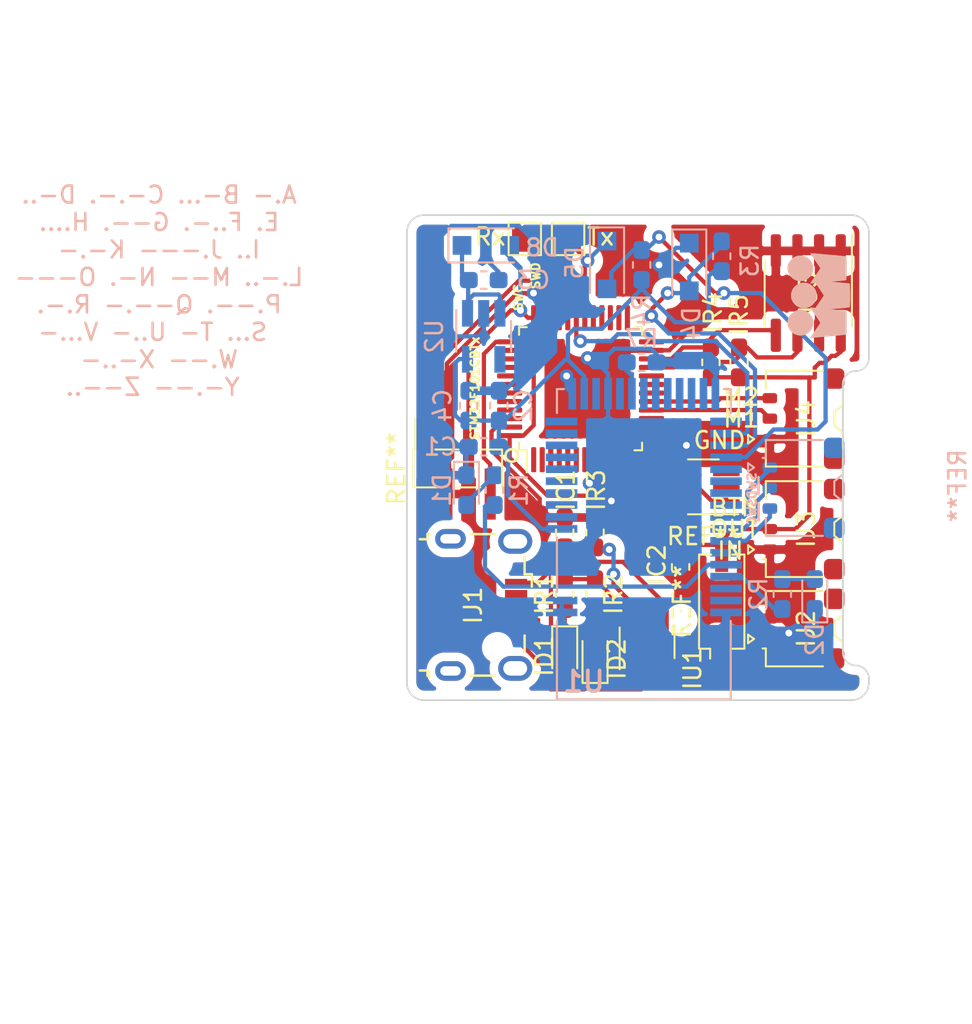
<source format=kicad_pcb>
(kicad_pcb (version 20171130) (host pcbnew "(5.1.5)-3")
  (layers (0 F.Cu signal) (31 B.Cu signal) (34 B.Paste user hide) (35 F.Paste user hide) (36 B.SilkS user) (37 F.SilkS user) (38 B.Mask user hide) (39 F.Mask user hide) (44 Edge.Cuts user))
  (net 0 "")
  (net 1 /STAT)
  (net 2 GND)
  (net 3 /VBAT)
  (net 4 /VCC)
  (net 5 /PROG)
  (net 6 "Net-(U2-Pad1)")
  (net 7 "Net-(U2-Pad2)")
  (net 8 "Net-(U2-Pad3)")
  (net 9 "Net-(U2-Pad4)")
  (net 10 "Net-(U2-Pad5)")
  (net 11 "Net-(U2-Pad6)")
  (net 12 "Net-(U2-Pad7)")
  (net 13 "Net-(U2-Pad11)")
  (net 14 "Net-(U2-Pad12)")
  (net 15 "Net-(U2-Pad13)")
  (net 16 "Net-(U2-Pad14)")
  (net 17 "Net-(U2-Pad15)")
  (net 18 "Net-(U2-Pad18)")
  (net 19 "Net-(U2-Pad19)")
  (net 20 "Net-(U2-Pad20)")
  (net 21 /SCL)
  (net 22 /SDA)
  (net 23 "Net-(U2-Pad25)")
  (net 24 "Net-(U2-Pad26)")
  (net 25 "Net-(U2-Pad27)")
  (net 26 "Net-(U2-Pad28)")
  (net 27 "Net-(U2-Pad29)")
  (net 28 "Net-(U2-Pad32)")
  (net 29 "Net-(U2-Pad33)")
  (net 30 /SWDIO)
  (net 31 /SWCLK)
  (net 32 "Net-(U2-Pad38)")
  (net 33 "Net-(U2-Pad39)")
  (net 34 "Net-(U2-Pad40)")
  (net 35 "Net-(U2-Pad41)")
  (net 36 "Net-(U2-Pad42)")
  (net 37 "Net-(U2-Pad43)")
  (net 38 "Net-(U2-Pad44)")
  (net 39 "Net-(U2-Pad45)")
  (net 40 "Net-(U2-Pad46)")
  (net 41 "Net-(D2-Pad2)")
  (net 42 /RTS)
  (net 43 /Tx)
  (net 44 /Rx)
  (net 45 /Motor1)
  (net 46 /Motor2)
  (net 47 /MainSwitch)
  (net 48 3.3V)
  (net 49 "Net-(C3-Pad1)")
  (net 50 /CTS_3V)
  (net 51 /MODE_3V)
  (net 52 /DFU_3V)
  (net 53 "Net-(ID1-Pad1)")
  (net 54 "Net-(ID2-Pad2)")
  (net 55 "Net-(IJ1-Pad6)")
  (net 56 "Net-(IJ1-Pad4)")
  (net 57 /MODE_LED)
  (net 58 /CONNECTED_LED)
  (net 59 /SWDIO/RST_3V)
  (net 60 /FCTRYRST_3V)
  (net 61 DEC2)
  (net 62 "Net-(U1-Pad40)")
  (net 63 "Net-(U1-Pad37)")
  (net 64 "Net-(U1-Pad33)")
  (net 65 "Net-(U1-Pad32)")
  (net 66 "Net-(U1-Pad31)")
  (net 67 "Net-(U1-Pad30)")
  (net 68 "Net-(U1-Pad23)")
  (net 69 "Net-(U1-Pad22)")
  (net 70 "Net-(U1-Pad21)")
  (net 71 "Net-(U1-Pad20)")
  (net 72 "Net-(U1-Pad19)")
  (net 73 "Net-(U1-Pad17)")
  (net 74 DCC)
  (net 75 "Net-(U1-Pad12)")
  (net 76 "Net-(U1-Pad11)")
  (net 77 "Net-(U1-Pad10)")
  (net 78 "Net-(U1-Pad9)")
  (net 79 "Net-(U1-Pad8)")
  (net 80 "Net-(U1-Pad7)")
  (net 81 "Net-(U1-Pad6)")
  (net 82 "Net-(U1-Pad5)")
  (net 83 "Net-(U1-Pad4)")
  (net 84 /SWCLK3v)
  (net 85 "Net-(D1-Pad2)")
  (net 86 /TXD_3V)
  (module Package_TO_SOT_SMD:SOT-23-6_Handsoldering (layer F.Cu) (at 103.0605 129.6035 180)
    (fp_text reference REF** (at 0 -2.9) (layer F.SilkS))
    (fp_text value SOT-23-6_Handsoldering)
    (pad 5 smd rect (at 1.35 0 180) (size 1.56 0.65) (layers F.Cu F.Paste F.Mask) (net 3 /VBAT))
    (pad 6 smd rect (at 1.35 -0.95 180) (size 1.56 0.65) (layers F.Cu F.Paste F.Mask))
    (pad 4 smd rect (at 1.35 0.95 180) (size 1.56 0.65) (layers F.Cu F.Paste F.Mask))
    (pad 3 smd rect (at -1.35 0.95 180) (size 1.56 0.65) (layers F.Cu F.Paste F.Mask))
    (pad 2 smd rect (at -1.35 0 180) (size 1.56 0.65) (layers F.Cu F.Paste F.Mask) (net 2 GND))
    (pad 1 smd rect (at -1.35 -0.95 180) (size 1.56 0.65) (layers F.Cu F.Paste F.Mask) (net 47 /MainSwitch))
  )
  (module Connector_PinHeader_1.27mm:PinHeader_1x04_P1.27mm_Vertical_SMD_Pin1Right (layer F.Cu) (at 88.646 128.524 90)
    (fp_text reference REF** (at 0 -3.6 90) (layer F.SilkS))
    (fp_text value PinHeader_1x04_P1.27mm_Vertical_SMD_Pin1Right)
    (pad 3 smd rect (at 1.5 0.635 90) (size 3 0.65) (layers F.Cu F.Paste F.Mask) (net 3 /VBAT))
    (pad 1 smd rect (at 1.5 -1.905 90) (size 3 0.65) (layers F.Cu F.Paste F.Mask) (net 30 /SWDIO))
    (pad 4 smd rect (at -1.5 1.905 90) (size 3 0.65) (layers F.Cu F.Paste F.Mask) (net 31 /SWCLK))
    (pad 2 smd rect (at -1.5 -0.635 90) (size 3 0.65) (layers F.Cu F.Paste F.Mask) (net 2 GND))
  )
  (module Button_Switch_SMD:SW_DIP_SPSTx01_Slide_Copal_CHS-01A_W5.08mm_P1.27mm_JPin (layer F.Cu) (at 104.14 136.3345 90)
    (fp_text reference REF** (at 0 -2.33 90) (layer F.SilkS))
    (fp_text value SW_DIP_SPSTx01_Slide_Copal_CHS-01A_W5.08mm_P1.27mm_JPin)
    (pad 2 smd rect (at 2.54 0 90) (size 1.6 0.76) (layers F.Cu F.Paste F.Mask) (net 3 /VBAT))
    (pad 1 smd rect (at -2.54 0 90) (size 1.6 0.76) (layers F.Cu F.Paste F.Mask) (net 3 /VBAT))
  )
  (module Resistor_SMD:R_0603_1608Metric_Pad1.05x0.95mm_HandSolder (layer B.Cu) (at 99.441 122.301)
    (fp_text reference R7 (at 0 -1.397) (layer B.SilkS) (effects (justify mirror)))
    (fp_text value 100K)
    (pad 2 smd roundrect (at 0.875 0) (size 1.05 0.95) (layers B.Cu B.Paste B.Mask) (net 2 GND))
    (pad 1 smd roundrect (at -0.875 0) (size 1.05 0.95) (layers B.Cu B.Paste B.Mask) (net 51 /MODE_3V))
  )
  (module TestPoint:TestPoint_Pad_1.5x1.5mm (layer F.Cu) (at 92.583 115.062)
    (fp_text reference Rx (at -2.032 -0.127) (layer F.SilkS))
    (fp_text value TestPoint_Pad_1.5x1.5mm)
    (pad 1 smd rect (at 0 0) (size 1.5 1.5) (layers F.Cu F.Mask) (net 44 /Rx))
  )
  (module TestPoint:TestPoint_Pad_1.5x1.5mm (layer F.Cu) (at 95.123 115.062)
    (fp_text reference Tx (at 1.905 -0.127) (layer F.SilkS))
    (fp_text value TestPoint_Pad_1.5x1.5mm)
    (pad 1 smd rect (at 0 0) (size 1.5 1.5) (layers F.Cu F.Mask) (net 43 /Tx))
  )
  (module Connector_JST:JST_ACH_BM03B-ACHSS-GAN-ETF_1x03-1MP_P1.20mm_Vertical (layer B.Cu) (at 108.839 129.667 270)
    (fp_text reference REF** (at -0.127 -9.144 90) (layer B.SilkS) (effects (justify mirror)))
    (fp_text value JST_ACH_BM03B-ACHSS-GAN-ETF_1x03-1MP_P1.20mm_Vertical)
    (pad MP smd roundrect (at 2.35 -1.9 270) (size 1.2 1.2) (layers B.Cu B.Paste B.Mask))
    (pad MP smd roundrect (at -2.35 -1.9 270) (size 1.2 1.2) (layers B.Cu B.Paste B.Mask))
    (pad 3 smd roundrect (at 1.2 1.875 270) (size 0.6 0.85) (layers B.Cu B.Paste B.Mask) (net 84 /SWCLK3v))
    (pad 2 smd roundrect (at 0 1.875 270) (size 0.6 0.85) (layers B.Cu B.Paste B.Mask) (net 59 /SWDIO/RST_3V))
    (pad 1 smd roundrect (at -1.2 1.875 270) (size 0.6 0.85) (layers B.Cu B.Paste B.Mask) (net 60 /FCTRYRST_3V))
  )
  (module Connector_JST:JST_ACH_BM03B-ACHSS-GAN-ETF_1x03-1MP_P1.20mm_Vertical (layer F.Cu) (at 108.839 125.603 90)
    (fp_text reference IJ4 (at 0 0.254 90) (layer F.SilkS))
    (fp_text value JST_ACH_BM03B-ACHSS-GAN-ETF_1x03-1MP_P1.20mm_Vertical)
    (pad 1 smd roundrect (at -1.2 -1.875 90) (size 0.6 0.85) (layers F.Cu F.Paste F.Mask) (net 2 GND))
    (pad 2 smd roundrect (at 0 -1.875 90) (size 0.6 0.85) (layers F.Cu F.Paste F.Mask) (net 45 /Motor1))
    (pad 3 smd roundrect (at 1.2 -1.875 90) (size 0.6 0.85) (layers F.Cu F.Paste F.Mask) (net 46 /Motor2))
    (pad MP smd roundrect (at -2.35 1.9 90) (size 1.2 1.2) (layers F.Cu F.Paste F.Mask))
    (pad MP smd roundrect (at 2.35 1.9 90) (size 1.2 1.2) (layers F.Cu F.Paste F.Mask))
  )
  (module Connector_JST:JST_ACH_BM03B-ACHSS-GAN-ETF_1x03-1MP_P1.20mm_Vertical (layer F.Cu) (at 108.839 132.08 90)
    (fp_text reference IJ3 (at 0 0.254 90) (layer F.SilkS))
    (fp_text value JST_ACH_BM03B-ACHSS-GAN-ETF_1x03-1MP_P1.20mm_Vertical)
    (pad MP smd roundrect (at 2.35 1.9 90) (size 1.2 1.2) (layers F.Cu F.Paste F.Mask))
    (pad MP smd roundrect (at -2.35 1.9 90) (size 1.2 1.2) (layers F.Cu F.Paste F.Mask))
    (pad 3 smd roundrect (at 1.2 -1.875 90) (size 0.6 0.85) (layers F.Cu F.Paste F.Mask) (net 47 /MainSwitch))
    (pad 2 smd roundrect (at 0 -1.875 90) (size 0.6 0.85) (layers F.Cu F.Paste F.Mask) (net 3 /VBAT))
    (pad 1 smd roundrect (at -1.2 -1.875 90) (size 0.6 0.85) (layers F.Cu F.Paste F.Mask) (net 2 GND))
  )
  (module Package_TO_SOT_SMD:SOT-23-5_HandSoldering (layer B.Cu) (at 90.17 120.777 270)
    (fp_text reference U2 (at 0 2.9 270) (layer B.SilkS) (effects (justify mirror)))
    (fp_text value MIC5225-3.3)
    (pad 5 smd rect (at 1.35 0.95 270) (size 1.56 0.65) (layers B.Cu B.Paste B.Mask) (net 48 3.3V))
    (pad 4 smd rect (at 1.35 -0.95 270) (size 1.56 0.65) (layers B.Cu B.Paste B.Mask) (net 9 "Net-(U2-Pad4)"))
    (pad 3 smd rect (at -1.35 -0.95 270) (size 1.56 0.65) (layers B.Cu B.Paste B.Mask) (net 49 "Net-(C3-Pad1)"))
    (pad 2 smd rect (at -1.35 0 270) (size 1.56 0.65) (layers B.Cu B.Paste B.Mask) (net 2 GND))
    (pad 1 smd rect (at -1.35 0.95 270) (size 1.56 0.65) (layers B.Cu B.Paste B.Mask) (net 49 "Net-(C3-Pad1)"))
  )
  (module Diode_SMD:D_SOD-123F (layer B.Cu) (at 97.409 116.586 270)
    (fp_text reference D5 (at -0.127 1.905 90) (layer B.SilkS) (effects (justify mirror)))
    (fp_text value MBR120)
    (pad 1 smd rect (at -1.4 0 270) (size 1.1 1.1) (layers B.Cu B.Paste B.Mask) (net 43 /Tx))
    (pad 2 smd rect (at 1.4 0 270) (size 1.1 1.1) (layers B.Cu B.Paste B.Mask) (net 86 /TXD_3V))
  )
  (module Diode_SMD:D_SOD-123F (layer B.Cu) (at 102.235 116.71 270)
    (fp_text reference D4 (at 3.305 -0.127 90) (layer B.SilkS) (effects (justify mirror)))
    (fp_text value MBR120)
    (pad 1 smd rect (at -1.4 0 270) (size 1.1 1.1) (layers B.Cu B.Paste B.Mask) (net 2 GND))
    (pad 2 smd rect (at 1.4 0 270) (size 1.1 1.1) (layers B.Cu B.Paste B.Mask) (net 50 /CTS_3V))
  )
  (module Diode_SMD:D_SOD-123F (layer B.Cu) (at 90.297 115.443)
    (fp_text reference D8 (at 3.302 0.127) (layer B.SilkS) (effects (justify mirror)))
    (fp_text value MBR120)
    (pad 2 smd rect (at 1.4 0) (size 1.1 1.1) (layers B.Cu B.Paste B.Mask) (net 3 /VBAT))
    (pad 1 smd rect (at -1.4 0) (size 1.1 1.1) (layers B.Cu B.Paste B.Mask) (net 49 "Net-(C3-Pad1)"))
  )
  (module Connector_JST:JST_ACH_BM02B-ACHSS-GAN-ETF_1x02-1MP_P1.20mm_Vertical (layer F.Cu) (at 108.839 137.922 90)
    (fp_text reference IJ2 (at 0 0.254 90) (layer F.SilkS))
    (fp_text value "Conn_01x02_Male LiPo Battery")
    (pad MP smd roundrect (at 1.75 1.9 90) (size 1.2 1.2) (layers F.Cu F.Paste F.Mask))
    (pad MP smd roundrect (at -1.75 1.9 90) (size 1.2 1.2) (layers F.Cu F.Paste F.Mask))
    (pad 2 smd roundrect (at 0.6 -1.875 90) (size 0.6 0.85) (layers F.Cu F.Paste F.Mask) (net 2 GND))
    (pad 1 smd roundrect (at -0.6 -1.875 90) (size 0.6 0.85) (layers F.Cu F.Paste F.Mask) (net 3 /VBAT))
  )
  (module Resistor_SMD:R_0603_1608Metric_Pad1.05x0.95mm_HandSolder (layer B.Cu) (at 99.441 116.586 270)
    (fp_text reference R4 (at 2.667 0 90) (layer B.SilkS) (effects (justify mirror)))
    (fp_text value 100K)
    (pad 1 smd roundrect (at -0.875 0 270) (size 1.05 0.95) (layers B.Cu B.Paste B.Mask) (net 86 /TXD_3V))
    (pad 2 smd roundrect (at 0.875 0 270) (size 1.05 0.95) (layers B.Cu B.Paste B.Mask) (net 48 3.3V))
  )
  (module Resistor_SMD:R_0603_1608Metric_Pad1.05x0.95mm_HandSolder (layer B.Cu) (at 104.14 116.078 270)
    (fp_text reference R3 (at 0.254 -1.651 90) (layer B.SilkS) (effects (justify mirror)))
    (fp_text value 100K)
    (pad 1 smd roundrect (at -0.875 0 270) (size 1.05 0.95) (layers B.Cu B.Paste B.Mask) (net 50 /CTS_3V))
    (pad 2 smd roundrect (at 0.875 0 270) (size 1.05 0.95) (layers B.Cu B.Paste B.Mask) (net 48 3.3V))
  )
  (module Resistor_SMD:R_0603_1608Metric_Pad1.05x0.95mm_HandSolder (layer B.Cu) (at 107.696 135.89 90)
    (fp_text reference R2 (at 0 -1.397 90) (layer B.SilkS) (effects (justify mirror)))
    (fp_text value 1K)
    (pad 1 smd roundrect (at -0.875 0 90) (size 1.05 0.95) (layers B.Cu B.Paste B.Mask) (net 58 /CONNECTED_LED))
    (pad 2 smd roundrect (at 0.875 0 90) (size 1.05 0.95) (layers B.Cu B.Paste B.Mask) (net 41 "Net-(D2-Pad2)"))
  )
  (module Resistor_SMD:R_0603_1608Metric_Pad1.05x0.95mm_HandSolder (layer B.Cu) (at 90.805 129.794 90)
    (fp_text reference R1 (at 0 1.43 90) (layer B.SilkS) (effects (justify mirror)))
    (fp_text value 1K)
    (pad 2 smd roundrect (at 0.875 0 90) (size 1.05 0.95) (layers B.Cu B.Paste B.Mask) (net 85 "Net-(D1-Pad2)"))
    (pad 1 smd roundrect (at -0.875 0 90) (size 1.05 0.95) (layers B.Cu B.Paste B.Mask) (net 57 /MODE_LED))
  )
  (module Capacitor_SMD:C_0603_1608Metric_Pad1.05x0.95mm_HandSolder (layer B.Cu) (at 90.17 127.254 180)
    (fp_text reference C1 (at 2.54 0) (layer B.SilkS) (effects (justify mirror)))
    (fp_text value 1uF)
    (pad 1 smd roundrect (at -0.875 0 180) (size 1.05 0.95) (layers B.Cu B.Paste B.Mask) (net 48 3.3V))
    (pad 2 smd roundrect (at 0.875 0 180) (size 1.05 0.95) (layers B.Cu B.Paste B.Mask) (net 2 GND))
  )
  (module Capacitor_SMD:C_0603_1608Metric_Pad1.05x0.95mm_HandSolder (layer B.Cu) (at 89.281 124.841 90)
    (fp_text reference C4 (at 0 -1.524 90) (layer B.SilkS) (effects (justify mirror)))
    (fp_text value 10uF)
    (pad 1 smd roundrect (at -0.875 0 90) (size 1.05 0.95) (layers B.Cu B.Paste B.Mask) (net 48 3.3V))
    (pad 2 smd roundrect (at 0.875 0 90) (size 1.05 0.95) (layers B.Cu B.Paste B.Mask) (net 2 GND))
  )
  (module Capacitor_SMD:C_0603_1608Metric_Pad1.05x0.95mm_HandSolder (layer B.Cu) (at 91.059 124.841 90)
    (fp_text reference C2 (at 0 1.43 90) (layer B.SilkS) (effects (justify mirror)))
    (fp_text value 1uF)
    (pad 1 smd roundrect (at -0.875 0 90) (size 1.05 0.95) (layers B.Cu B.Paste B.Mask) (net 48 3.3V))
    (pad 2 smd roundrect (at 0.875 0 90) (size 1.05 0.95) (layers B.Cu B.Paste B.Mask) (net 2 GND))
  )
  (module Capacitor_SMD:C_0603_1608Metric_Pad1.05x0.95mm_HandSolder (layer B.Cu) (at 90.17 117.475)
    (fp_text reference C3 (at 2.921 0) (layer B.SilkS) (effects (justify mirror)))
    (fp_text value 10uF)
    (pad 2 smd roundrect (at 0.875 0) (size 1.05 0.95) (layers B.Cu B.Paste B.Mask) (net 2 GND))
    (pad 1 smd roundrect (at -0.875 0) (size 1.05 0.95) (layers B.Cu B.Paste B.Mask) (net 49 "Net-(C3-Pad1)"))
  )
  (module Diode_SMD:D_0603_1608Metric_Pad1.05x0.95mm_HandSolder (layer B.Cu) (at 109.601 135.89 90)
    (fp_text reference D2 (at -2.667 0 90) (layer B.SilkS) (effects (justify mirror)))
    (fp_text value GREEN)
    (pad 1 smd roundrect (at -0.875 0 90) (size 1.05 0.95) (layers B.Cu B.Paste B.Mask) (net 2 GND))
    (pad 2 smd roundrect (at 0.875 0 90) (size 1.05 0.95) (layers B.Cu B.Paste B.Mask) (net 41 "Net-(D2-Pad2)"))
  )
  (module Diode_SMD:D_0603_1608Metric_Pad1.05x0.95mm_HandSolder (layer B.Cu) (at 89.154 129.794 270)
    (fp_text reference D1 (at 0 1.43 90) (layer B.SilkS) (effects (justify mirror)))
    (fp_text value RED)
    (pad 1 smd roundrect (at -0.875 0 270) (size 1.05 0.95) (layers B.Cu B.Paste B.Mask) (net 2 GND))
    (pad 2 smd roundrect (at 0.875 0 270) (size 1.05 0.95) (layers B.Cu B.Paste B.Mask) (net 85 "Net-(D1-Pad2)"))
  )
  (module BLE_MODULE_RAYTAC_MDBT40 (layer B.Cu) (at 99.568 132.969)
    (fp_text reference U1 (at -4.866 8.763) (layer B.SilkS) (effects (font (size 1.2065 1.2065) (thickness 0.21717)) (justify right bottom mirror)))
    (fp_text value NRF51822_MODULE_MDBT40)
    (pad "" np_thru_hole circle (at 2.2 4.45) (size 0.9 0.9) (drill 0.9) (layers *.Cu *.Mask))
    (pad 42 smd rect (at 4.825 4) (size 1.85 0.45) (layers B.Cu B.Paste B.Mask) (net 2 GND))
    (pad 41 smd rect (at 4.825 3.3) (size 1.85 0.45) (layers B.Cu B.Paste B.Mask) (net 61 DEC2))
    (pad 40 smd rect (at 4.825 2.6) (size 1.85 0.45) (layers B.Cu B.Paste B.Mask) (net 62 "Net-(U1-Pad40)"))
    (pad 39 smd rect (at 4.825 1.9) (size 1.85 0.45) (layers B.Cu B.Paste B.Mask) (net 58 /CONNECTED_LED))
    (pad 38 smd rect (at 4.825 1.2) (size 1.85 0.45) (layers B.Cu B.Paste B.Mask) (net 57 /MODE_LED))
    (pad 37 smd rect (at 4.825 0.5) (size 1.85 0.45) (layers B.Cu B.Paste B.Mask) (net 63 "Net-(U1-Pad37)"))
    (pad 36 smd rect (at 4.825 -0.2) (size 1.85 0.45) (layers B.Cu B.Paste B.Mask) (net 84 /SWCLK3v))
    (pad 35 smd rect (at 4.825 -0.9) (size 1.85 0.45) (layers B.Cu B.Paste B.Mask) (net 59 /SWDIO/RST_3V))
    (pad 34 smd rect (at 4.825 -1.6) (size 1.85 0.45) (layers B.Cu B.Paste B.Mask) (net 60 /FCTRYRST_3V))
    (pad 33 smd rect (at 4.825 -2.3) (size 1.85 0.45) (layers B.Cu B.Paste B.Mask) (net 64 "Net-(U1-Pad33)"))
    (pad 32 smd rect (at 4.825 -3) (size 1.85 0.45) (layers B.Cu B.Paste B.Mask) (net 65 "Net-(U1-Pad32)"))
    (pad 31 smd rect (at 4.825 -3.7) (size 1.85 0.45) (layers B.Cu B.Paste B.Mask) (net 66 "Net-(U1-Pad31)"))
    (pad 30 smd rect (at 4.825 -4.4) (size 1.85 0.45) (layers B.Cu B.Paste B.Mask) (net 67 "Net-(U1-Pad30)"))
    (pad 29 smd rect (at 4.825 -5.1) (size 1.85 0.45) (layers B.Cu B.Paste B.Mask) (net 86 /TXD_3V))
    (pad 28 smd rect (at 4.825 -5.8) (size 1.85 0.45) (layers B.Cu B.Paste B.Mask) (net 50 /CTS_3V))
    (pad 27 smd rect (at 4.825 -6.5) (size 1.85 0.45) (layers B.Cu B.Paste B.Mask) (net 44 /Rx))
    (pad 26 smd rect (at 4.825 -7.2) (size 1.85 0.45) (layers B.Cu B.Paste B.Mask) (net 42 /RTS))
    (pad 25 smd rect (at 4.2 -8.825 270) (size 1.85 0.45) (layers B.Cu B.Paste B.Mask) (net 2 GND))
    (pad 24 smd rect (at 3.5 -8.825 270) (size 1.85 0.45) (layers B.Cu B.Paste B.Mask) (net 52 /DFU_3V))
    (pad 23 smd rect (at 2.8 -8.825 270) (size 1.85 0.45) (layers B.Cu B.Paste B.Mask) (net 68 "Net-(U1-Pad23)"))
    (pad 22 smd rect (at 2.1 -8.825 270) (size 1.85 0.45) (layers B.Cu B.Paste B.Mask) (net 69 "Net-(U1-Pad22)"))
    (pad 21 smd rect (at 1.4 -8.825 270) (size 1.85 0.45) (layers B.Cu B.Paste B.Mask) (net 70 "Net-(U1-Pad21)"))
    (pad 20 smd rect (at 0.7 -8.825 270) (size 1.85 0.45) (layers B.Cu B.Paste B.Mask) (net 71 "Net-(U1-Pad20)"))
    (pad 19 smd rect (at 0 -8.825 270) (size 1.85 0.45) (layers B.Cu B.Paste B.Mask) (net 72 "Net-(U1-Pad19)"))
    (pad 18 smd rect (at -0.7 -8.825 270) (size 1.85 0.45) (layers B.Cu B.Paste B.Mask) (net 51 /MODE_3V))
    (pad 17 smd rect (at -1.4 -8.825 270) (size 1.85 0.45) (layers B.Cu B.Paste B.Mask) (net 73 "Net-(U1-Pad17)"))
    (pad 16 smd rect (at -2.1 -8.825 270) (size 1.85 0.45) (layers B.Cu B.Paste B.Mask) (net 2 GND))
    (pad 15 smd rect (at -2.8 -8.825 270) (size 1.85 0.45) (layers B.Cu B.Paste B.Mask) (net 74 DCC))
    (pad 14 smd rect (at -3.5 -8.825 270) (size 1.85 0.45) (layers B.Cu B.Paste B.Mask) (net 48 3.3V))
    (pad 13 smd rect (at -4.2 -8.825 270) (size 1.85 0.45) (layers B.Cu B.Paste B.Mask) (net 2 GND))
    (pad 12 smd rect (at -4.825 -7.2) (size 1.85 0.45) (layers B.Cu B.Paste B.Mask) (net 75 "Net-(U1-Pad12)"))
    (pad 11 smd rect (at -4.825 -6.5) (size 1.85 0.45) (layers B.Cu B.Paste B.Mask) (net 76 "Net-(U1-Pad11)"))
    (pad 10 smd rect (at -4.825 -5.8) (size 1.85 0.45) (layers B.Cu B.Paste B.Mask) (net 77 "Net-(U1-Pad10)"))
    (pad 9 smd rect (at -4.825 -5.1) (size 1.85 0.45) (layers B.Cu B.Paste B.Mask) (net 78 "Net-(U1-Pad9)"))
    (pad 8 smd rect (at -4.825 -4.4) (size 1.85 0.45) (layers B.Cu B.Paste B.Mask) (net 79 "Net-(U1-Pad8)"))
    (pad 7 smd rect (at -4.825 -3.7) (size 1.85 0.45) (layers B.Cu B.Paste B.Mask) (net 80 "Net-(U1-Pad7)"))
    (pad 6 smd rect (at -4.825 -3) (size 1.85 0.45) (layers B.Cu B.Paste B.Mask) (net 81 "Net-(U1-Pad6)"))
    (pad 5 smd rect (at -4.825 -2.3) (size 1.85 0.45) (layers B.Cu B.Paste B.Mask) (net 82 "Net-(U1-Pad5)"))
    (pad 4 smd rect (at -4.825 -1.6) (size 1.85 0.45) (layers B.Cu B.Paste B.Mask) (net 83 "Net-(U1-Pad4)"))
    (pad 3 smd rect (at -4.825 -0.9) (size 1.85 0.45) (layers B.Cu B.Paste B.Mask) (net 48 3.3V))
    (pad 2 smd rect (at -4.825 3.3) (size 1.85 0.45) (layers B.Cu B.Paste B.Mask) (net 2 GND))
    (pad 1 smd rect (at -4.825 4) (size 1.85 0.45) (layers B.Cu B.Paste B.Mask) (net 2 GND))
  )
  (module Connector_USB:USB_Micro-B_Wuerth_629105150521 (layer F.Cu) (at 90.17 136.525 270)
    (fp_text reference IJ1 (at 0.03048 0.61976 90) (layer F.SilkS))
    (fp_text value USB_B_Micro hide)
    (pad "" np_thru_hole oval (at 2.5 -0.8 270) (size 0.8 0.8) (drill 0.8) (layers *.Cu *.Mask))
    (pad "" np_thru_hole oval (at -2.5 -0.8 270) (size 0.8 0.8) (drill 0.8) (layers *.Cu *.Mask))
    (pad 6 thru_hole oval (at 3.875 1.95 270) (size 1.15 1.8) (drill oval 0.55 1.2) (layers *.Cu *.Mask) (net 55 "Net-(IJ1-Pad6)"))
    (pad 6 thru_hole oval (at -3.875 1.95 270) (size 1.15 1.8) (drill oval 0.55 1.2) (layers *.Cu *.Mask) (net 55 "Net-(IJ1-Pad6)"))
    (pad 6 thru_hole oval (at 3.725 -1.85 270) (size 1.45 2) (drill oval 0.85 1.4) (layers *.Cu *.Mask) (net 55 "Net-(IJ1-Pad6)"))
    (pad 6 thru_hole oval (at -3.725 -1.85 270) (size 1.45 2) (drill oval 0.85 1.4) (layers *.Cu *.Mask) (net 55 "Net-(IJ1-Pad6)"))
    (pad 5 smd rect (at 1.3 -1.9 270) (size 0.45 1.3) (layers F.Cu F.Paste F.Mask) (net 2 GND))
    (pad 4 smd rect (at 0.65 -1.9 270) (size 0.45 1.3) (layers F.Cu F.Paste F.Mask) (net 56 "Net-(IJ1-Pad4)"))
    (pad 3 smd rect (at 0 -1.9 270) (size 0.45 1.3) (layers F.Cu F.Paste F.Mask))
    (pad 2 smd rect (at -0.65 -1.9 270) (size 0.45 1.3) (layers F.Cu F.Paste F.Mask))
    (pad 1 smd rect (at -1.3 -1.9 270) (size 0.45 1.3) (layers F.Cu F.Paste F.Mask) (net 4 /VCC))
  )
  (module Capacitor_SMD:C_0603_1608Metric_Pad1.05x0.95mm_HandSolder (layer F.Cu) (at 101.727 134.3025 270)
    (fp_text reference IC2 (at -0.127 1.397 90) (layer F.SilkS))
    (fp_text value "C 10uf" hide)
    (pad 1 smd roundrect (at -0.875 0 270) (size 1.05 0.95) (layers F.Cu F.Paste F.Mask) (net 3 /VBAT))
    (pad 2 smd roundrect (at 0.875 0 270) (size 1.05 0.95) (layers F.Cu F.Paste F.Mask) (net 2 GND))
  )
  (module Resistor_SMD:R_0603_1608Metric_Pad1.05x0.95mm_HandSolder (layer F.Cu) (at 96.70488 132.27682 90)
    (fp_text reference IR3 (at 2.48282 0.06912 90) (layer F.SilkS))
    (fp_text value "R 10K" hide)
    (pad 2 smd roundrect (at 0.875 0 90) (size 1.05 0.95) (layers F.Cu F.Paste F.Mask) (net 2 GND))
    (pad 1 smd roundrect (at -0.875 0 90) (size 1.05 0.95) (layers F.Cu F.Paste F.Mask) (net 5 /PROG))
  )
  (module Symbol:ThreeBrotherLogo5.2x4.0-v1.0_BackSilkScreen (layer F.Cu) (at 109.855 118.364 90)
    (fp_text reference G*** hide)
    (fp_text value LOGO hide)
  )
  (module Capacitor_SMD:C_0603_1608Metric_Pad1.05x0.95mm_HandSolder (layer F.Cu) (at 94.92488 132.27682 90)
    (fp_text reference IC1 (at 2.48282 0.07112 90) (layer F.SilkS))
    (fp_text value "C 10uf" hide)
    (pad 2 smd roundrect (at 0.875 0 90) (size 1.05 0.95) (layers F.Cu F.Paste F.Mask) (net 2 GND))
    (pad 1 smd roundrect (at -0.875 0 90) (size 1.05 0.95) (layers F.Cu F.Paste F.Mask) (net 4 /VCC))
  )
  (module LED_SMD:LED_0603_1608Metric_Pad1.05x0.95mm_HandSolder (layer F.Cu) (at 94.92488 139.446 270)
    (fp_text reference ID1 (at 0.07112 1.19888 90) (layer F.SilkS))
    (fp_text value "LED RED" hide)
    (pad 1 smd roundrect (at -0.875 0 270) (size 1.05 0.95) (layers F.Cu F.Paste F.Mask) (net 53 "Net-(ID1-Pad1)"))
    (pad 2 smd roundrect (at 0.875 0 270) (size 1.05 0.95) (layers F.Cu F.Paste F.Mask) (net 4 /VCC))
  )
  (module LED_SMD:LED_0603_1608Metric_Pad1.05x0.95mm_HandSolder (layer F.Cu) (at 96.70488 139.446 90)
    (fp_text reference ID2 (at -0.254 1.27562 90) (layer F.SilkS))
    (fp_text value "LED GREEN" hide)
    (pad 2 smd roundrect (at 0.875 0 90) (size 1.05 0.95) (layers F.Cu F.Paste F.Mask) (net 54 "Net-(ID2-Pad2)"))
    (pad 1 smd roundrect (at -0.875 0 90) (size 1.05 0.95) (layers F.Cu F.Paste F.Mask) (net 2 GND))
  )
  (module Resistor_SMD:R_0603_1608Metric_Pad1.05x0.95mm_HandSolder (layer F.Cu) (at 103.505 122.301 90)
    (fp_text reference IR5 (at 2.794 1.651 90) (layer F.SilkS))
    (fp_text value R hide)
    (pad 1 smd roundrect (at -0.875 0 90) (size 1.05 0.95) (layers F.Cu F.Paste F.Mask) (net 3 /VBAT))
    (pad 2 smd roundrect (at 0.875 0 90) (size 1.05 0.95) (layers F.Cu F.Paste F.Mask) (net 22 /SDA))
  )
  (module Resistor_SMD:R_0603_1608Metric_Pad1.05x0.95mm_HandSolder (layer F.Cu) (at 105.156 122.301 90)
    (fp_text reference IR4 (at 2.921 -1.524 90) (layer F.SilkS))
    (fp_text value R hide)
    (pad 1 smd roundrect (at -0.875 0 90) (size 1.05 0.95) (layers F.Cu F.Paste F.Mask) (net 3 /VBAT))
    (pad 2 smd roundrect (at 0.875 0 90) (size 1.05 0.95) (layers F.Cu F.Paste F.Mask) (net 21 /SCL))
  )
  (module Resistor_SMD:R_0603_1608Metric_Pad1.05x0.95mm_HandSolder (layer F.Cu) (at 96.70488 135.89 90)
    (fp_text reference IR2 (at 0 1.08512 90) (layer F.SilkS))
    (fp_text value R hide)
    (pad 1 smd roundrect (at -0.875 0 90) (size 1.05 0.95) (layers F.Cu F.Paste F.Mask) (net 54 "Net-(ID2-Pad2)"))
    (pad 2 smd roundrect (at 0.875 0 90) (size 1.05 0.95) (layers F.Cu F.Paste F.Mask) (net 1 /STAT))
  )
  (module Resistor_SMD:R_0603_1608Metric_Pad1.05x0.95mm_HandSolder (layer F.Cu) (at 94.92488 135.89 90)
    (fp_text reference IR1 (at 0 -1.19888 90) (layer F.SilkS))
    (fp_text value R hide)
    (pad 2 smd roundrect (at 0.875 0 90) (size 1.05 0.95) (layers F.Cu F.Paste F.Mask) (net 1 /STAT))
    (pad 1 smd roundrect (at -0.875 0 90) (size 1.05 0.95) (layers F.Cu F.Paste F.Mask) (net 53 "Net-(ID1-Pad1)"))
  )
  (module Package_SO:SOIC-8_3.9x4.9mm_P1.27mm (layer F.Cu) (at 109.22 118.237 270)
    (fp_text reference IU3 (at -0.0254 0 90) (layer F.SilkS))
    (fp_text value CAT24C256 hide)
    (pad 8 smd roundrect (at 2.475 -1.905 270) (size 1.95 0.6) (layers F.Cu F.Paste F.Mask) (net 3 /VBAT))
    (pad 7 smd roundrect (at 2.475 -0.635 270) (size 1.95 0.6) (layers F.Cu F.Paste F.Mask) (net 2 GND))
    (pad 6 smd roundrect (at 2.475 0.635 270) (size 1.95 0.6) (layers F.Cu F.Paste F.Mask) (net 21 /SCL))
    (pad 5 smd roundrect (at 2.475 1.905 270) (size 1.95 0.6) (layers F.Cu F.Paste F.Mask) (net 22 /SDA))
    (pad 4 smd roundrect (at -2.475 1.905 270) (size 1.95 0.6) (layers F.Cu F.Paste F.Mask) (net 2 GND))
    (pad 3 smd roundrect (at -2.475 0.635 270) (size 1.95 0.6) (layers F.Cu F.Paste F.Mask) (net 2 GND))
    (pad 2 smd roundrect (at -2.475 -0.635 270) (size 1.95 0.6) (layers F.Cu F.Paste F.Mask) (net 2 GND))
    (pad 1 smd roundrect (at -2.475 -1.905 270) (size 1.95 0.6) (layers F.Cu F.Paste F.Mask) (net 2 GND))
  )
  (module Package_TO_SOT_SMD:SOT-23-5_HandSoldering (layer F.Cu) (at 99.7585 138.7475 90)
    (fp_text reference IU1 (at -1.524 2.667 90) (layer F.SilkS))
    (fp_text value MCP73831-2-OT hide)
    (pad 5 smd rect (at 1.35 -0.95 90) (size 1.56 0.65) (layers F.Cu F.Paste F.Mask) (net 5 /PROG))
    (pad 4 smd rect (at 1.35 0.95 90) (size 1.56 0.65) (layers F.Cu F.Paste F.Mask) (net 4 /VCC))
    (pad 3 smd rect (at -1.35 0.95 90) (size 1.56 0.65) (layers F.Cu F.Paste F.Mask) (net 3 /VBAT))
    (pad 2 smd rect (at -1.35 0 90) (size 1.56 0.65) (layers F.Cu F.Paste F.Mask) (net 2 GND))
    (pad 1 smd rect (at -1.35 -0.95 90) (size 1.56 0.65) (layers F.Cu F.Paste F.Mask) (net 1 /STAT))
  )
  (module Package_QFP:LQFP-48_7x7mm_P0.5mm (layer F.Cu) (at 95.85452 123.84786 90)
    (fp_text reference STM32F101CBTx (at 0.02286 -6.19252 90) (layer F.SilkS) (effects (font (size 0.5 0.5) (thickness 0.125))))
    (fp_text value STM32F101CBTx hide)
    (pad 48 smd roundrect (at -2.75 -4.1625 90) (size 0.3 1.475) (layers F.Cu F.Paste F.Mask) (net 3 /VBAT))
    (pad 47 smd roundrect (at -2.25 -4.1625 90) (size 0.3 1.475) (layers F.Cu F.Paste F.Mask) (net 2 GND))
    (pad 46 smd roundrect (at -1.75 -4.1625 90) (size 0.3 1.475) (layers F.Cu F.Paste F.Mask) (net 40 "Net-(U2-Pad46)"))
    (pad 45 smd roundrect (at -1.25 -4.1625 90) (size 0.3 1.475) (layers F.Cu F.Paste F.Mask) (net 39 "Net-(U2-Pad45)"))
    (pad 44 smd roundrect (at -0.75 -4.1625 90) (size 0.3 1.475) (layers F.Cu F.Paste F.Mask) (net 38 "Net-(U2-Pad44)"))
    (pad 43 smd roundrect (at -0.25 -4.1625 90) (size 0.3 1.475) (layers F.Cu F.Paste F.Mask) (net 37 "Net-(U2-Pad43)"))
    (pad 42 smd roundrect (at 0.25 -4.1625 90) (size 0.3 1.475) (layers F.Cu F.Paste F.Mask) (net 36 "Net-(U2-Pad42)"))
    (pad 41 smd roundrect (at 0.75 -4.1625 90) (size 0.3 1.475) (layers F.Cu F.Paste F.Mask) (net 35 "Net-(U2-Pad41)"))
    (pad 40 smd roundrect (at 1.25 -4.1625 90) (size 0.3 1.475) (layers F.Cu F.Paste F.Mask) (net 34 "Net-(U2-Pad40)"))
    (pad 39 smd roundrect (at 1.75 -4.1625 90) (size 0.3 1.475) (layers F.Cu F.Paste F.Mask) (net 33 "Net-(U2-Pad39)"))
    (pad 38 smd roundrect (at 2.25 -4.1625 90) (size 0.3 1.475) (layers F.Cu F.Paste F.Mask) (net 32 "Net-(U2-Pad38)"))
    (pad 37 smd roundrect (at 2.75 -4.1625 90) (size 0.3 1.475) (layers F.Cu F.Paste F.Mask) (net 31 /SWCLK))
    (pad 36 smd roundrect (at 4.1625 -2.75 90) (size 1.475 0.3) (layers F.Cu F.Paste F.Mask) (net 3 /VBAT))
    (pad 35 smd roundrect (at 4.1625 -2.25 90) (size 1.475 0.3) (layers F.Cu F.Paste F.Mask) (net 2 GND))
    (pad 34 smd roundrect (at 4.1625 -1.75 90) (size 1.475 0.3) (layers F.Cu F.Paste F.Mask) (net 30 /SWDIO))
    (pad 33 smd roundrect (at 4.1625 -1.25 90) (size 1.475 0.3) (layers F.Cu F.Paste F.Mask) (net 29 "Net-(U2-Pad33)"))
    (pad 32 smd roundrect (at 4.1625 -0.75 90) (size 1.475 0.3) (layers F.Cu F.Paste F.Mask) (net 28 "Net-(U2-Pad32)"))
    (pad 31 smd roundrect (at 4.1625 -0.25 90) (size 1.475 0.3) (layers F.Cu F.Paste F.Mask) (net 44 /Rx))
    (pad 30 smd roundrect (at 4.1625 0.25 90) (size 1.475 0.3) (layers F.Cu F.Paste F.Mask) (net 43 /Tx))
    (pad 29 smd roundrect (at 4.1625 0.75 90) (size 1.475 0.3) (layers F.Cu F.Paste F.Mask) (net 27 "Net-(U2-Pad29)"))
    (pad 28 smd roundrect (at 4.1625 1.25 90) (size 1.475 0.3) (layers F.Cu F.Paste F.Mask) (net 26 "Net-(U2-Pad28)"))
    (pad 27 smd roundrect (at 4.1625 1.75 90) (size 1.475 0.3) (layers F.Cu F.Paste F.Mask) (net 25 "Net-(U2-Pad27)"))
    (pad 26 smd roundrect (at 4.1625 2.25 90) (size 1.475 0.3) (layers F.Cu F.Paste F.Mask) (net 24 "Net-(U2-Pad26)"))
    (pad 25 smd roundrect (at 4.1625 2.75 90) (size 1.475 0.3) (layers F.Cu F.Paste F.Mask) (net 23 "Net-(U2-Pad25)"))
    (pad 24 smd roundrect (at 2.75 4.1625 90) (size 0.3 1.475) (layers F.Cu F.Paste F.Mask) (net 3 /VBAT))
    (pad 23 smd roundrect (at 2.25 4.1625 90) (size 0.3 1.475) (layers F.Cu F.Paste F.Mask) (net 2 GND))
    (pad 22 smd roundrect (at 1.75 4.1625 90) (size 0.3 1.475) (layers F.Cu F.Paste F.Mask) (net 22 /SDA))
    (pad 21 smd roundrect (at 1.25 4.1625 90) (size 0.3 1.475) (layers F.Cu F.Paste F.Mask) (net 21 /SCL))
    (pad 20 smd roundrect (at 0.75 4.1625 90) (size 0.3 1.475) (layers F.Cu F.Paste F.Mask) (net 20 "Net-(U2-Pad20)"))
    (pad 19 smd roundrect (at 0.25 4.1625 90) (size 0.3 1.475) (layers F.Cu F.Paste F.Mask) (net 19 "Net-(U2-Pad19)"))
    (pad 18 smd roundrect (at -0.25 4.1625 90) (size 0.3 1.475) (layers F.Cu F.Paste F.Mask) (net 18 "Net-(U2-Pad18)"))
    (pad 17 smd roundrect (at -0.75 4.1625 90) (size 0.3 1.475) (layers F.Cu F.Paste F.Mask) (net 46 /Motor2))
    (pad 16 smd roundrect (at -1.25 4.1625 90) (size 0.3 1.475) (layers F.Cu F.Paste F.Mask) (net 45 /Motor1))
    (pad 15 smd roundrect (at -1.75 4.1625 90) (size 0.3 1.475) (layers F.Cu F.Paste F.Mask) (net 17 "Net-(U2-Pad15)"))
    (pad 14 smd roundrect (at -2.25 4.1625 90) (size 0.3 1.475) (layers F.Cu F.Paste F.Mask) (net 16 "Net-(U2-Pad14)"))
    (pad 13 smd roundrect (at -2.75 4.1625 90) (size 0.3 1.475) (layers F.Cu F.Paste F.Mask) (net 15 "Net-(U2-Pad13)"))
    (pad 12 smd roundrect (at -4.1625 2.75 90) (size 1.475 0.3) (layers F.Cu F.Paste F.Mask) (net 14 "Net-(U2-Pad12)"))
    (pad 11 smd roundrect (at -4.1625 2.25 90) (size 1.475 0.3) (layers F.Cu F.Paste F.Mask) (net 13 "Net-(U2-Pad11)"))
    (pad 10 smd roundrect (at -4.1625 1.75 90) (size 1.475 0.3) (layers F.Cu F.Paste F.Mask) (net 47 /MainSwitch))
    (pad 9 smd roundrect (at -4.1625 1.25 90) (size 1.475 0.3) (layers F.Cu F.Paste F.Mask) (net 3 /VBAT))
    (pad 8 smd roundrect (at -4.1625 0.75 90) (size 1.475 0.3) (layers F.Cu F.Paste F.Mask) (net 2 GND))
    (pad 7 smd roundrect (at -4.1625 0.25 90) (size 1.475 0.3) (layers F.Cu F.Paste F.Mask) (net 12 "Net-(U2-Pad7)"))
    (pad 6 smd roundrect (at -4.1625 -0.25 90) (size 1.475 0.3) (layers F.Cu F.Paste F.Mask) (net 11 "Net-(U2-Pad6)"))
    (pad 5 smd roundrect (at -4.1625 -0.75 90) (size 1.475 0.3) (layers F.Cu F.Paste F.Mask) (net 10 "Net-(U2-Pad5)"))
    (pad 4 smd roundrect (at -4.1625 -1.25 90) (size 1.475 0.3) (layers F.Cu F.Paste F.Mask) (net 9 "Net-(U2-Pad4)"))
    (pad 3 smd roundrect (at -4.1625 -1.75 90) (size 1.475 0.3) (layers F.Cu F.Paste F.Mask) (net 8 "Net-(U2-Pad3)"))
    (pad 2 smd roundrect (at -4.1625 -2.25 90) (size 1.475 0.3) (layers F.Cu F.Paste F.Mask) (net 7 "Net-(U2-Pad2)"))
    (pad 1 smd roundrect (at -4.1625 -2.75 90) (size 1.475 0.3) (layers F.Cu F.Paste F.Mask) (net 6 "Net-(U2-Pad1)"))
  )
  (gr_line (start 106.299 129.032) (end 106.299 130.048) (layer B.SilkS) (width 0.15))
  (gr_line (start 106.299 130.556) (end 106.299 131.572) (layer B.SilkS) (width 0.15))
  (gr_text SWC (at 92.202 118.491 90) (layer F.SilkS) (effects (font (size 0.5 0.5) (thickness 0.125))))
  (gr_text SWD (at 93.218 117.221 90) (layer F.SilkS) (effects (font (size 0.5 0.5) (thickness 0.125))))
  (gr_line (start 112.776 141.097) (end 112.776 140.843) (layer Edge.Cuts) (width 0.1))
  (gr_text SWC (at 105.918 131.064 90) (layer B.SilkS) (effects (font (size 0.5 0.5) (thickness 0.125)) (justify mirror)))
  (gr_text SWD (at 105.918 129.54 90) (layer B.SilkS) (effects (font (size 0.5 0.5) (thickness 0.125)) (justify mirror)))
  (gr_text GND (at 104.013 126.873) (layer F.SilkS) (effects (font (size 1 1))))
  (gr_text IN (at 104.648 133.35) (layer F.SilkS) (effects (font (size 1 1))))
  (gr_text OUT (at 104.902 132.08) (layer F.SilkS) (effects (font (size 1 1))))
  (gr_text BTN (at 104.902 130.81) (layer F.SilkS) (effects (font (size 1 1))))
  (gr_text M1 (at 105.283 125.603) (layer F.SilkS) (effects (font (size 1 1))))
  (gr_text M2 (at 105.283 124.333) (layer F.SilkS) (effects (font (size 1 1))))
  (gr_line (start 111.252 139.319) (end 111.252 123.571) (layer Edge.Cuts) (width 0.1))
  (gr_arc (start 112.014 122.047) (end 112.014 122.809) (angle -90) (layer Edge.Cuts) (width 0.1))
  (gr_arc (start 112.014 123.571) (end 112.014 122.809) (angle -90) (layer Edge.Cuts) (width 0.1))
  (gr_line (start 112.776 114.681) (end 112.776 122.047) (layer Edge.Cuts) (width 0.1))
  (gr_arc (start 112.014 139.319) (end 111.252 139.319) (angle -90) (layer Edge.Cuts) (width 0.1))
  (gr_arc (start 112.014 140.843) (end 112.776 140.843) (angle -90) (layer Edge.Cuts) (width 0.1))
  (gr_line (start 111.76 113.665) (end 86.6775 113.665) (layer Edge.Cuts) (width 0.1))
  (gr_line (start 86.6775 142.113) (end 111.76 142.113) (layer Edge.Cuts) (width 0.1))
  (gr_line (start 85.6615 141.097) (end 85.6615 114.681) (layer Edge.Cuts) (width 0.1))
  (gr_arc (start 111.76 114.681) (end 112.776 114.681) (angle -90) (layer Edge.Cuts) (width 0.1))
  (gr_arc (start 86.6775 141.097) (end 85.6615 141.097) (angle -90) (layer Edge.Cuts) (width 0.1))
  (gr_arc (start 111.76 141.097) (end 111.76 142.113) (angle -90) (layer Edge.Cuts) (width 0.1))
  (gr_arc (start 86.6775 114.681) (end 86.6775 113.665) (angle -90) (layer Edge.Cuts) (width 0.1))
  (gr_text "A.- B-... C-.-. D-.. \nE. F..-. G--. H.... \nI.. J.--- K-.- \nL.-.. M-- N-. O--- \nP.--. Q--.- R.-. \nS... T- U..- V...-\nW.-- X-..- \nY-.-- Z--.." (at 70.739 118.11) (layer B.SilkS) (effects (font (size 1 1)) (justify mirror)))
  (gr_circle (center 91.821 127.762) (end 91.52128 127.97536) (layer F.SilkS) (width 0.15))
  (segment (start 96.70488 135.015) (end 94.92488 135.015) (width 0.25) (layer F.Cu) (net 1))
  (segment (start 97.663 135.97312) (end 96.70488 135.015) (width 0.25) (layer F.Cu) (net 1))
  (segment (start 97.663 139.527) (end 97.663 135.97312) (width 0.25) (layer F.Cu) (net 1))
  (segment (start 98.2335 140.0975) (end 97.663 139.527) (width 0.25) (layer F.Cu) (net 1))
  (segment (start 98.8085 140.0975) (end 98.2335 140.0975) (width 0.25) (layer F.Cu) (net 1))
  (segment (start 96.84588 140.462) (end 96.70488 140.321) (width 0.25) (layer F.Cu) (net 2))
  (segment (start 94.7547 131.572) (end 94.92488 131.40182) (width 0.25) (layer F.Cu) (net 2))
  (segment (start 93.98 131.572) (end 94.7547 131.572) (width 0.25) (layer F.Cu) (net 2))
  (segment (start 94.92488 131.40182) (end 96.70488 131.40182) (width 0.25) (layer F.Cu) (net 2))
  (segment (start 100.01702 121.59786) (end 101.056 121.59786) (width 0.25) (layer F.Cu) (net 2))
  (segment (start 108.204 115.762) (end 109.474 115.762) (width 0.25) (layer F.Cu) (net 2))
  (segment (start 109.474 115.762) (end 110.744 115.762) (width 0.25) (layer F.Cu) (net 2))
  (segment (start 108.585 115.762) (end 107.315 115.762) (width 0.25) (layer F.Cu) (net 2))
  (segment (start 101.056 121.59786) (end 103.46286 119.191) (width 0.25) (layer F.Cu) (net 2))
  (segment (start 96.70488 131.40182) (end 97.49282 131.40182) (width 0.25) (layer F.Cu) (net 2))
  (segment (start 97.49282 131.40182) (end 98.552 132.461) (width 0.25) (layer F.Cu) (net 2))
  (segment (start 90.62951 126.357168) (end 90.62951 127.474962) (width 0.25) (layer F.Cu) (net 2))
  (segment (start 90.888818 126.09786) (end 90.62951 126.357168) (width 0.25) (layer F.Cu) (net 2))
  (segment (start 91.69202 126.09786) (end 90.888818 126.09786) (width 0.25) (layer F.Cu) (net 2))
  (via (at 97.663 130.429) (size 0.8) (drill 0.4) (layers F.Cu B.Cu) (net 2))
  (segment (start 96.70488 131.40182) (end 96.70488 131.38712) (width 0.25) (layer F.Cu) (net 2))
  (segment (start 96.70488 131.38712) (end 97.663 130.429) (width 0.25) (layer F.Cu) (net 2))
  (via (at 96.37952 129.395413) (size 0.8) (drill 0.4) (layers F.Cu B.Cu) (net 2))
  (segment (start 97.663 130.429) (end 97.413107 130.429) (width 0.25) (layer B.Cu) (net 2))
  (segment (start 97.413107 130.429) (end 96.37952 129.395413) (width 0.25) (layer B.Cu) (net 2))
  (segment (start 96.60452 129.170413) (end 96.60452 128.01036) (width 0.25) (layer F.Cu) (net 2))
  (segment (start 96.37952 129.395413) (end 96.60452 129.170413) (width 0.25) (layer F.Cu) (net 2))
  (segment (start 93.456548 131.048548) (end 93.98 131.572) (width 0.25) (layer F.Cu) (net 2))
  (segment (start 93.456548 130.302) (end 93.456548 131.048548) (width 0.25) (layer F.Cu) (net 2))
  (segment (start 92.07 137.825) (end 92.07 138.540062) (width 0.25) (layer F.Cu) (net 2))
  (segment (start 93.674861 140.144923) (end 93.674861 141.045861) (width 0.25) (layer F.Cu) (net 2))
  (segment (start 92.07 138.540062) (end 93.674861 140.144923) (width 0.25) (layer F.Cu) (net 2))
  (segment (start 93.674861 141.045861) (end 94.107 141.478) (width 0.25) (layer F.Cu) (net 2))
  (segment (start 96.70488 140.846) (end 96.70488 140.321) (width 0.25) (layer F.Cu) (net 2))
  (segment (start 96.07288 141.478) (end 96.70488 140.846) (width 0.25) (layer F.Cu) (net 2))
  (segment (start 94.107 141.478) (end 96.07288 141.478) (width 0.25) (layer F.Cu) (net 2))
  (segment (start 111.125 115.762) (end 109.855 115.762) (width 0.25) (layer F.Cu) (net 2))
  (via (at 100.457 116.586) (size 0.8) (drill 0.4) (layers F.Cu B.Cu) (net 2))
  (segment (start 101.727 115.584) (end 101.459 115.584) (width 0.25) (layer B.Cu) (net 2))
  (segment (start 101.459 115.584) (end 100.457 116.586) (width 0.25) (layer B.Cu) (net 2))
  (segment (start 100.856999 116.985999) (end 101.257859 116.985999) (width 0.25) (layer F.Cu) (net 2))
  (segment (start 101.257859 116.985999) (end 103.46286 119.191) (width 0.25) (layer F.Cu) (net 2))
  (segment (start 100.457 116.586) (end 100.856999 116.985999) (width 0.25) (layer F.Cu) (net 2))
  (via (at 93.091 118.236999) (size 0.8) (drill 0.4) (layers F.Cu B.Cu) (net 2))
  (segment (start 93.60452 119.68536) (end 93.60452 118.750519) (width 0.25) (layer F.Cu) (net 2))
  (segment (start 93.60452 118.750519) (end 93.091 118.236999) (width 0.25) (layer F.Cu) (net 2))
  (segment (start 89.309 123.825) (end 89.281 123.853) (width 0.25) (layer B.Cu) (net 2))
  (segment (start 97.468 124.144) (end 97.468 123.108998) (width 0.25) (layer B.Cu) (net 2))
  (segment (start 103.354 122.555) (end 103.768 122.969) (width 0.25) (layer B.Cu) (net 2))
  (segment (start 103.768 122.969) (end 103.768 124.144) (width 0.25) (layer B.Cu) (net 2))
  (segment (start 94.743 136.269) (end 94.743 136.969) (width 0.25) (layer B.Cu) (net 2))
  (segment (start 97.468 124.144) (end 97.468 122.969) (width 0.25) (layer B.Cu) (net 2))
  (via (at 96.266 122.047) (size 0.8) (drill 0.4) (layers F.Cu B.Cu) (net 2))
  (segment (start 96.546 122.047) (end 96.266 122.047) (width 0.25) (layer B.Cu) (net 2))
  (segment (start 97.468 122.969) (end 96.546 122.047) (width 0.25) (layer B.Cu) (net 2))
  (via (at 95.034001 123.100305) (size 0.8) (drill 0.4) (layers F.Cu B.Cu) (net 2))
  (segment (start 96.266 122.047) (end 96.087306 122.047) (width 0.25) (layer F.Cu) (net 2))
  (segment (start 96.087306 122.047) (end 95.034001 123.100305) (width 0.25) (layer F.Cu) (net 2))
  (segment (start 95.034001 123.810001) (end 95.368 124.144) (width 0.25) (layer B.Cu) (net 2))
  (segment (start 95.034001 123.100305) (end 95.034001 123.810001) (width 0.25) (layer B.Cu) (net 2))
  (segment (start 109.855 120.712) (end 109.855 119.492306) (width 0.25) (layer F.Cu) (net 2))
  (segment (start 109.998653 115.905653) (end 109.855 115.762) (width 0.25) (layer F.Cu) (net 2))
  (segment (start 90.62951 127.474962) (end 93.456548 130.302) (width 0.25) (layer F.Cu) (net 2))
  (segment (start 99.86515 121.62285) (end 98.59515 121.62285) (width 0.25) (layer F.Cu) (net 2))
  (segment (start 100.01702 121.59786) (end 99.89014 121.59786) (width 0.25) (layer F.Cu) (net 2))
  (segment (start 99.89014 121.59786) (end 99.86515 121.62285) (width 0.25) (layer F.Cu) (net 2))
  (segment (start 93.60452 119.68536) (end 93.60452 121.02548) (width 0.25) (layer F.Cu) (net 2))
  (segment (start 88.77 127.254) (end 89.295 127.254) (width 0.25) (layer B.Cu) (net 2))
  (segment (start 87.412999 125.896999) (end 88.77 127.254) (width 0.25) (layer B.Cu) (net 2))
  (segment (start 89.85 120.777) (end 87.376 120.777) (width 0.25) (layer B.Cu) (net 2))
  (segment (start 90.17 120.457) (end 89.85 120.777) (width 0.25) (layer B.Cu) (net 2))
  (segment (start 90.17 119.427) (end 90.17 120.457) (width 0.25) (layer B.Cu) (net 2))
  (segment (start 87.412999 115.241999) (end 87.376 120.777) (width 0.25) (layer B.Cu) (net 2))
  (segment (start 87.376 120.777) (end 87.412999 125.896999) (width 0.25) (layer B.Cu) (net 2))
  (segment (start 109.601 137.29) (end 108.715 138.176) (width 0.25) (layer B.Cu) (net 2))
  (segment (start 109.601 136.765) (end 109.601 137.29) (width 0.25) (layer B.Cu) (net 2))
  (segment (start 105.125 138.176) (end 104.393 137.444) (width 0.25) (layer B.Cu) (net 2))
  (segment (start 108.715 138.176) (end 107.95 138.176) (width 0.25) (layer B.Cu) (net 2))
  (segment (start 94.743 137.444) (end 96.237 138.938) (width 0.25) (layer B.Cu) (net 2))
  (segment (start 94.743 136.969) (end 94.743 137.444) (width 0.25) (layer B.Cu) (net 2))
  (segment (start 102.899 138.938) (end 104.393 137.444) (width 0.25) (layer B.Cu) (net 2))
  (segment (start 104.393 137.444) (end 104.393 136.969) (width 0.25) (layer B.Cu) (net 2))
  (segment (start 96.237 138.938) (end 102.899 138.938) (width 0.25) (layer B.Cu) (net 2))
  (segment (start 97.468 128.306933) (end 96.37952 129.395413) (width 0.25) (layer B.Cu) (net 2))
  (segment (start 97.468 124.144) (end 97.468 128.306933) (width 0.25) (layer B.Cu) (net 2))
  (segment (start 98.605933 127.169) (end 97.468 128.306933) (width 0.25) (layer B.Cu) (net 2))
  (segment (start 91.031 123.853) (end 91.059 123.825) (width 0.25) (layer B.Cu) (net 2))
  (segment (start 89.281 123.853) (end 91.031 123.853) (width 0.25) (layer B.Cu) (net 2))
  (segment (start 91.534 123.825) (end 93.98 121.379) (width 0.25) (layer B.Cu) (net 2))
  (segment (start 91.059 123.825) (end 91.534 123.825) (width 0.25) (layer B.Cu) (net 2))
  (segment (start 93.98 119.125999) (end 93.091 118.236999) (width 0.25) (layer B.Cu) (net 2))
  (segment (start 93.98 121.379) (end 93.98 119.125999) (width 0.25) (layer B.Cu) (net 2))
  (segment (start 89.154 127.395) (end 89.295 127.254) (width 0.25) (layer B.Cu) (net 2))
  (segment (start 89.154 128.919) (end 89.154 127.395) (width 0.25) (layer B.Cu) (net 2))
  (segment (start 107.95 138.176) (end 105.125 138.176) (width 0.25) (layer B.Cu) (net 2))
  (segment (start 103.46286 119.191) (end 108.647 119.191) (width 0.25) (layer F.Cu) (net 2))
  (segment (start 109.855 120.712) (end 109.855 117.983) (width 0.25) (layer F.Cu) (net 2))
  (segment (start 108.647 119.191) (end 109.855 117.983) (width 0.25) (layer F.Cu) (net 2))
  (segment (start 109.855 117.983) (end 109.855 115.762) (width 0.25) (layer F.Cu) (net 2))
  (segment (start 105.678 140.321) (end 107.075 140.321) (width 0.25) (layer F.Cu) (net 2))
  (segment (start 108.077 137.795) (end 107.604 137.322) (width 0.25) (layer F.Cu) (net 2))
  (segment (start 108.077 139.319) (end 108.077 138.176) (width 0.25) (layer F.Cu) (net 2))
  (segment (start 107.604 137.322) (end 106.964 137.322) (width 0.25) (layer F.Cu) (net 2))
  (segment (start 107.075 140.321) (end 108.077 139.319) (width 0.25) (layer F.Cu) (net 2))
  (segment (start 108.077 138.176) (end 108.077 137.795) (width 0.25) (layer F.Cu) (net 2))
  (via (at 108.077 138.176) (size 0.8) (drill 0.4) (layers F.Cu B.Cu) (net 2))
  (segment (start 102.066 127.169) (end 98.605933 127.169) (width 0.25) (layer B.Cu) (net 2))
  (via (at 102.066 127.169) (size 0.8) (drill 0.4) (layers F.Cu B.Cu) (net 2))
  (segment (start 106.598 127.169) (end 106.964 126.803) (width 0.25) (layer F.Cu) (net 2))
  (segment (start 102.066 127.169) (end 106.598 127.169) (width 0.25) (layer F.Cu) (net 2))
  (segment (start 91.031 117.729) (end 91.059 117.701) (width 0.25) (layer B.Cu) (net 2))
  (segment (start 91.1581 117.8001) (end 91.059 117.701) (width 0.25) (layer B.Cu) (net 2))
  (segment (start 93.091 118.236999) (end 93.091 116.459) (width 0.25) (layer B.Cu) (net 2))
  (segment (start 93.091 115.151998) (end 93.091 116.459) (width 0.25) (layer B.Cu) (net 2))
  (segment (start 87.412999 115.241999) (end 87.412999 115.152001) (width 0.25) (layer B.Cu) (net 2))
  (segment (start 87.412999 115.152001) (end 88.265 114.3) (width 0.25) (layer B.Cu) (net 2))
  (segment (start 92.239002 114.3) (end 93.091 115.151998) (width 0.25) (layer B.Cu) (net 2))
  (segment (start 91.045 117.475) (end 91.045 117) (width 0.25) (layer B.Cu) (net 2))
  (segment (start 90.424 116.379) (end 91.045 117) (width 0.25) (layer B.Cu) (net 2))
  (segment (start 90.424 114.3) (end 90.424 116.379) (width 0.25) (layer B.Cu) (net 2))
  (segment (start 90.424 114.3) (end 92.239002 114.3) (width 0.25) (layer B.Cu) (net 2))
  (segment (start 88.265 114.3) (end 90.424 114.3) (width 0.25) (layer B.Cu) (net 2))
  (segment (start 96.831685 122.047) (end 96.266 122.047) (width 0.25) (layer B.Cu) (net 2))
  (segment (start 97.28341 122.047) (end 96.831685 122.047) (width 0.25) (layer B.Cu) (net 2))
  (segment (start 97.82942 121.50099) (end 97.28341 122.047) (width 0.25) (layer B.Cu) (net 2))
  (segment (start 99.99099 121.50099) (end 97.82942 121.50099) (width 0.25) (layer B.Cu) (net 2))
  (segment (start 100.316 121.826) (end 99.99099 121.50099) (width 0.25) (layer B.Cu) (net 2))
  (segment (start 100.316 122.301) (end 100.316 121.826) (width 0.25) (layer B.Cu) (net 2))
  (segment (start 88.011 122.368905) (end 88.011 130.024) (width 0.25) (layer F.Cu) (net 2))
  (segment (start 93.091 118.236999) (end 92.142906 118.236999) (width 0.25) (layer F.Cu) (net 2))
  (segment (start 92.142906 118.236999) (end 88.011 122.368905) (width 0.25) (layer F.Cu) (net 2))
  (segment (start 105.768315 137.322) (end 106.539 137.322) (width 0.25) (layer F.Cu) (net 2))
  (segment (start 106.539 137.322) (end 106.964 137.322) (width 0.25) (layer F.Cu) (net 2))
  (segment (start 98.552 132.464) (end 98.552 132.461) (width 0.25) (layer F.Cu) (net 2))
  (segment (start 99.184 133.096) (end 98.552 132.464) (width 0.25) (layer F.Cu) (net 2))
  (segment (start 96.70488 140.321) (end 96.70488 141.28188) (width 0.25) (layer F.Cu) (net 2))
  (segment (start 96.70488 141.28188) (end 96.901 141.478) (width 0.25) (layer F.Cu) (net 2))
  (segment (start 99.7585 141.1275) (end 99.7585 140.0975) (width 0.25) (layer F.Cu) (net 2))
  (segment (start 99.408 141.478) (end 99.7585 141.1275) (width 0.25) (layer F.Cu) (net 2))
  (segment (start 96.901 141.478) (end 99.408 141.478) (width 0.25) (layer F.Cu) (net 2))
  (segment (start 104.796499 141.202501) (end 105.678 140.321) (width 0.25) (layer F.Cu) (net 2))
  (segment (start 99.833501 141.202501) (end 104.796499 141.202501) (width 0.25) (layer F.Cu) (net 2))
  (segment (start 99.7585 141.1275) (end 99.833501 141.202501) (width 0.25) (layer F.Cu) (net 2))
  (segment (start 101.252 135.1775) (end 101.727 135.1775) (width 0.25) (layer F.Cu) (net 2))
  (segment (start 99.184 133.1095) (end 101.252 135.1775) (width 0.25) (layer F.Cu) (net 2))
  (segment (start 99.184 133.096) (end 99.184 133.1095) (width 0.25) (layer F.Cu) (net 2))
  (segment (start 103.46 137.322) (end 106.539 137.322) (width 0.25) (layer F.Cu) (net 2))
  (segment (start 103.3465 137.322) (end 103.46 137.322) (width 0.25) (layer F.Cu) (net 2))
  (segment (start 101.727 135.7025) (end 103.3465 137.322) (width 0.25) (layer F.Cu) (net 2))
  (segment (start 101.727 135.1775) (end 101.727 135.7025) (width 0.25) (layer F.Cu) (net 2))
  (segment (start 97.10452 128.813562) (end 97.10452 128.74786) (width 0.25) (layer F.Cu) (net 3))
  (segment (start 97.10452 128.74786) (end 97.10452 128.01036) (width 0.25) (layer F.Cu) (net 3))
  (segment (start 97.10452 128.01036) (end 97.10452 129.48952) (width 0.25) (layer F.Cu) (net 3))
  (segment (start 100.01702 121.09786) (end 100.51714 121.09786) (width 0.25) (layer F.Cu) (net 3))
  (segment (start 105.283 123.1405) (end 105.3325 123.19) (width 0.25) (layer F.Cu) (net 3))
  (segment (start 101.459 133.096) (end 101.459 133.571) (width 0.25) (layer F.Cu) (net 3))
  (segment (start 93.911372 130.120414) (end 91.69202 127.901062) (width 0.25) (layer F.Cu) (net 3))
  (segment (start 91.69202 127.901062) (end 91.69202 126.59786) (width 0.25) (layer F.Cu) (net 3))
  (segment (start 96.727521 130.120414) (end 93.911372 130.120414) (width 0.25) (layer F.Cu) (net 3))
  (segment (start 97.104521 129.743414) (end 96.727521 130.120414) (width 0.25) (layer F.Cu) (net 3))
  (segment (start 97.10452 129.48952) (end 97.104521 129.743414) (width 0.25) (layer F.Cu) (net 3))
  (via (at 92.329 119.253) (size 0.8) (drill 0.4) (layers F.Cu B.Cu) (net 3))
  (segment (start 93.10452 119.68536) (end 92.76136 119.68536) (width 0.25) (layer F.Cu) (net 3))
  (segment (start 92.76136 119.68536) (end 92.329 119.253) (width 0.25) (layer F.Cu) (net 3))
  (segment (start 97.10452 129.48952) (end 97.155 129.54) (width 0.25) (layer F.Cu) (net 3))
  (segment (start 111.125 121.687) (end 111.125 120.712) (width 0.25) (layer F.Cu) (net 3))
  (segment (start 103.505 123.176) (end 105.537 123.176) (width 0.25) (layer F.Cu) (net 3))
  (segment (start 105.589 138.522) (end 106.964 138.522) (width 0.25) (layer F.Cu) (net 3))
  (segment (start 106.964 132.08) (end 108.458 132.08) (width 0.25) (layer F.Cu) (net 3))
  (segment (start 92.329 119.253) (end 92.329 117.65049) (width 0.25) (layer B.Cu) (net 3))
  (segment (start 92.329 116.748) (end 92.329 117.65049) (width 0.25) (layer B.Cu) (net 3))
  (segment (start 91.443 115.862) (end 92.329 116.748) (width 0.25) (layer B.Cu) (net 3))
  (segment (start 91.443 115.062) (end 91.443 115.862) (width 0.25) (layer B.Cu) (net 3))
  (segment (start 92.329 116.875) (end 92.329 118.687315) (width 0.25) (layer B.Cu) (net 3))
  (segment (start 92.329 118.687315) (end 92.329 119.253) (width 0.25) (layer B.Cu) (net 3))
  (segment (start 91.697 116.243) (end 92.329 116.875) (width 0.25) (layer B.Cu) (net 3))
  (segment (start 91.697 115.443) (end 91.697 116.243) (width 0.25) (layer B.Cu) (net 3))
  (segment (start 92.42952 126.59786) (end 91.69202 126.59786) (width 0.25) (layer F.Cu) (net 3))
  (segment (start 93.10452 125.988562) (end 92.495222 126.59786) (width 0.25) (layer F.Cu) (net 3))
  (segment (start 92.495222 126.59786) (end 92.42952 126.59786) (width 0.25) (layer F.Cu) (net 3))
  (segment (start 93.10452 119.68536) (end 93.10452 125.988562) (width 0.25) (layer F.Cu) (net 3))
  (segment (start 109.601 123.19) (end 109.601 122.612768) (width 0.25) (layer F.Cu) (net 3))
  (segment (start 110.8075 121.92) (end 111.125 121.687) (width 0.25) (layer F.Cu) (net 3))
  (segment (start 110.5881 121.92) (end 110.8075 121.92) (width 0.25) (layer F.Cu) (net 3))
  (segment (start 110.178216 122.329884) (end 110.5881 121.92) (width 0.25) (layer F.Cu) (net 3))
  (segment (start 109.883884 122.329884) (end 110.178216 122.329884) (width 0.25) (layer F.Cu) (net 3))
  (segment (start 109.601 122.612768) (end 109.883884 122.329884) (width 0.25) (layer F.Cu) (net 3))
  (segment (start 109.2835 131.2545) (end 109.2835 123.19) (width 0.25) (layer F.Cu) (net 3))
  (segment (start 109.2835 123.19) (end 109.601 123.19) (width 0.25) (layer F.Cu) (net 3))
  (segment (start 105.537 123.176) (end 109.2835 123.19) (width 0.25) (layer F.Cu) (net 3))
  (segment (start 108.458 132.08) (end 109.2835 131.2545) (width 0.25) (layer F.Cu) (net 3))
  (segment (start 89.281 121.735315) (end 89.281 127.024) (width 0.25) (layer F.Cu) (net 3))
  (segment (start 92.329 119.253) (end 91.763315 119.253) (width 0.25) (layer F.Cu) (net 3))
  (segment (start 91.763315 119.253) (end 89.281 121.735315) (width 0.25) (layer F.Cu) (net 3))
  (segment (start 105.2365 138.8745) (end 104.14 138.8745) (width 0.25) (layer F.Cu) (net 3))
  (segment (start 105.589 138.522) (end 105.2365 138.8745) (width 0.25) (layer F.Cu) (net 3))
  (segment (start 102.074001 133.005999) (end 101.984 133.096) (width 0.25) (layer F.Cu) (net 3))
  (segment (start 103.771499 133.005999) (end 102.074001 133.005999) (width 0.25) (layer F.Cu) (net 3))
  (segment (start 104.14 133.3745) (end 103.771499 133.005999) (width 0.25) (layer F.Cu) (net 3))
  (segment (start 104.14 133.7945) (end 104.14 133.3745) (width 0.25) (layer F.Cu) (net 3))
  (segment (start 101.459 132.621) (end 99.5845 130.7465) (width 0.25) (layer F.Cu) (net 3))
  (segment (start 101.459 133.096) (end 101.459 132.621) (width 0.25) (layer F.Cu) (net 3))
  (segment (start 99.5845 130.7465) (end 99.568 130.7465) (width 0.25) (layer F.Cu) (net 3))
  (segment (start 97.13788 129.52288) (end 97.10452 129.48952) (width 0.25) (layer F.Cu) (net 3))
  (segment (start 98.34438 129.52288) (end 97.13788 129.52288) (width 0.25) (layer F.Cu) (net 3))
  (segment (start 99.568 130.7465) (end 98.34438 129.52288) (width 0.25) (layer F.Cu) (net 3))
  (segment (start 101.984 133.096) (end 101.459 133.096) (width 0.25) (layer F.Cu) (net 3))
  (segment (start 98.425 129.6035) (end 98.34438 129.52288) (width 0.25) (layer F.Cu) (net 3))
  (segment (start 101.7105 129.6035) (end 98.425 129.6035) (width 0.25) (layer F.Cu) (net 3))
  (segment (start 104.14 132.7445) (end 104.14 133.7945) (width 0.25) (layer F.Cu) (net 3))
  (segment (start 104.8045 132.08) (end 104.14 132.7445) (width 0.25) (layer F.Cu) (net 3))
  (segment (start 106.964 132.08) (end 104.8045 132.08) (width 0.25) (layer F.Cu) (net 3))
  (segment (start 101.2835 140.0975) (end 100.7085 140.0975) (width 0.25) (layer F.Cu) (net 3))
  (segment (start 103.967 140.0975) (end 101.2835 140.0975) (width 0.25) (layer F.Cu) (net 3))
  (segment (start 104.14 139.9245) (end 103.967 140.0975) (width 0.25) (layer F.Cu) (net 3))
  (segment (start 104.14 138.8745) (end 104.14 139.9245) (width 0.25) (layer F.Cu) (net 3))
  (segment (start 94.83906 133.066) (end 94.92488 133.15182) (width 0.25) (layer F.Cu) (net 4))
  (segment (start 94.44988 133.15182) (end 94.92488 133.15182) (width 0.25) (layer F.Cu) (net 4))
  (segment (start 94.12487 133.47683) (end 94.44988 133.15182) (width 0.25) (layer F.Cu) (net 4))
  (segment (start 94.44988 140.321) (end 94.12487 139.99599) (width 0.25) (layer F.Cu) (net 4))
  (segment (start 94.92488 140.321) (end 94.44988 140.321) (width 0.25) (layer F.Cu) (net 4))
  (segment (start 94.107 134.469) (end 94.107 133.477) (width 0.25) (layer F.Cu) (net 4))
  (segment (start 94.12487 139.99599) (end 94.107 133.477) (width 0.25) (layer F.Cu) (net 4))
  (segment (start 94.107 133.477) (end 94.12487 133.47683) (width 0.25) (layer F.Cu) (net 4))
  (segment (start 93.351 135.225) (end 94.107 134.469) (width 0.25) (layer F.Cu) (net 4))
  (segment (start 92.07 135.225) (end 93.351 135.225) (width 0.25) (layer F.Cu) (net 4))
  (segment (start 94.92488 133.67682) (end 94.92488 133.15182) (width 0.25) (layer F.Cu) (net 4))
  (segment (start 95.24989 134.00183) (end 94.92488 133.67682) (width 0.25) (layer F.Cu) (net 4))
  (segment (start 98.34283 134.00183) (end 95.24989 134.00183) (width 0.25) (layer F.Cu) (net 4))
  (segment (start 100.7085 137.3975) (end 100.7085 136.3675) (width 0.25) (layer F.Cu) (net 4))
  (segment (start 100.7085 136.3675) (end 98.34283 134.00183) (width 0.25) (layer F.Cu) (net 4))
  (via (at 97.79 134.72683) (size 0.8) (drill 0.4) (layers F.Cu B.Cu) (net 5))
  (segment (start 97.79 134.72683) (end 97.79 133.53083) (width 0.25) (layer B.Cu) (net 5))
  (via (at 97.536 133.27683) (size 0.8) (drill 0.4) (layers F.Cu B.Cu) (net 5))
  (segment (start 97.79 133.53083) (end 97.536 133.27683) (width 0.25) (layer B.Cu) (net 5))
  (segment (start 96.82989 133.27683) (end 96.70488 133.15182) (width 0.25) (layer F.Cu) (net 5))
  (segment (start 97.536 133.27683) (end 96.82989 133.27683) (width 0.25) (layer F.Cu) (net 5))
  (segment (start 97.79 134.72683) (end 97.79 135.363) (width 0.25) (layer F.Cu) (net 5))
  (segment (start 98.8085 136.3675) (end 98.8085 137.3975) (width 0.25) (layer F.Cu) (net 5))
  (segment (start 97.804 135.363) (end 98.8085 136.3675) (width 0.25) (layer F.Cu) (net 5))
  (segment (start 97.79 135.363) (end 97.804 135.363) (width 0.25) (layer F.Cu) (net 5))
  (segment (start 100.01702 122.59786) (end 100.28714 122.59786) (width 0.25) (layer F.Cu) (net 21))
  (segment (start 100.28714 122.59786) (end 100.31213 122.62285) (width 0.25) (layer F.Cu) (net 21))
  (segment (start 106.59801 122.01201) (end 108.25999 122.01201) (width 0.25) (layer F.Cu) (net 21))
  (segment (start 108.25999 122.01201) (end 108.585 121.687) (width 0.25) (layer F.Cu) (net 21))
  (segment (start 108.585 121.687) (end 108.585 120.712) (width 0.25) (layer F.Cu) (net 21))
  (segment (start 105.631 121.426) (end 106.21701 122.01201) (width 0.25) (layer F.Cu) (net 21))
  (segment (start 106.21701 122.01201) (end 108.25999 122.01201) (width 0.25) (layer F.Cu) (net 21))
  (segment (start 105.156 121.426) (end 105.631 121.426) (width 0.25) (layer F.Cu) (net 21))
  (segment (start 105.156 121.426) (end 105.156 121.951) (width 0.25) (layer F.Cu) (net 21))
  (segment (start 104.83099 122.27601) (end 101.65067 122.27601) (width 0.25) (layer F.Cu) (net 21))
  (segment (start 101.65067 122.27601) (end 101.32882 122.59786) (width 0.25) (layer F.Cu) (net 21))
  (segment (start 100.75452 122.59786) (end 100.01702 122.59786) (width 0.25) (layer F.Cu) (net 21))
  (segment (start 105.156 121.951) (end 104.83099 122.27601) (width 0.25) (layer F.Cu) (net 21))
  (segment (start 101.32882 122.59786) (end 100.75452 122.59786) (width 0.25) (layer F.Cu) (net 21))
  (segment (start 103.994 120.412) (end 107.015 120.412) (width 0.25) (layer F.Cu) (net 22))
  (segment (start 103.505 120.901) (end 103.994 120.412) (width 0.25) (layer F.Cu) (net 22))
  (segment (start 107.015 120.412) (end 107.315 120.712) (width 0.25) (layer F.Cu) (net 22))
  (segment (start 103.505 121.426) (end 103.505 120.901) (width 0.25) (layer F.Cu) (net 22))
  (segment (start 101.19241 122.09786) (end 100.75452 122.09786) (width 0.25) (layer F.Cu) (net 22))
  (segment (start 100.75452 122.09786) (end 100.01702 122.09786) (width 0.25) (layer F.Cu) (net 22))
  (segment (start 101.86427 121.426) (end 101.19241 122.09786) (width 0.25) (layer F.Cu) (net 22))
  (segment (start 103.505 121.426) (end 101.86427 121.426) (width 0.25) (layer F.Cu) (net 22))
  (segment (start 92.231497 117.511998) (end 86.741 123.002495) (width 0.25) (layer F.Cu) (net 30))
  (segment (start 94.10452 118.177517) (end 94.107 118.237) (width 0.25) (layer F.Cu) (net 30))
  (segment (start 94.10452 119.68536) (end 94.10452 118.177517) (width 0.25) (layer F.Cu) (net 30))
  (segment (start 94.107 118.237) (end 94.107 118.179997) (width 0.25) (layer F.Cu) (net 30))
  (segment (start 94.107 118.179997) (end 93.439001 117.511998) (width 0.25) (layer F.Cu) (net 30))
  (segment (start 86.741 123.002495) (end 86.741 127.024) (width 0.25) (layer F.Cu) (net 30))
  (segment (start 93.439001 117.511998) (end 92.231497 117.511998) (width 0.25) (layer F.Cu) (net 30))
  (segment (start 91.69202 121.09786) (end 91.475849 121.09786) (width 0.25) (layer F.Cu) (net 31))
  (segment (start 90.888818 121.09786) (end 90.1795 121.807178) (width 0.25) (layer F.Cu) (net 31))
  (segment (start 91.69202 121.09786) (end 90.888818 121.09786) (width 0.25) (layer F.Cu) (net 31))
  (segment (start 90.1795 127.9025) (end 90.1795 121.807178) (width 0.25) (layer F.Cu) (net 31))
  (segment (start 90.551 128.274) (end 90.1795 127.9025) (width 0.25) (layer F.Cu) (net 31))
  (segment (start 90.551 130.024) (end 90.551 128.274) (width 0.25) (layer F.Cu) (net 31))
  (segment (start 107.696 135.015) (end 109.601 135.015) (width 0.25) (layer B.Cu) (net 41))
  (via (at 96.266 116.332) (size 0.8) (drill 0.4) (layers F.Cu B.Cu) (net 43))
  (segment (start 96.10452 119.68536) (end 96.10452 116.49348) (width 0.25) (layer F.Cu) (net 43))
  (segment (start 96.10452 116.49348) (end 96.266 116.332) (width 0.25) (layer F.Cu) (net 43))
  (segment (start 96.266 116.332) (end 96.517 116.332) (width 0.25) (layer B.Cu) (net 43))
  (segment (start 96.266 116.329) (end 97.409 115.186) (width 0.25) (layer B.Cu) (net 43))
  (segment (start 96.266 116.332) (end 96.266 116.329) (width 0.25) (layer B.Cu) (net 43))
  (segment (start 96.012 116.078) (end 96.266 116.332) (width 0.25) (layer F.Cu) (net 43))
  (segment (start 95.123 115.189) (end 96.266 116.332) (width 0.25) (layer F.Cu) (net 43))
  (segment (start 95.123 115.062) (end 95.123 115.189) (width 0.25) (layer F.Cu) (net 43))
  (segment (start 95.60452 119.68536) (end 95.60452 120.820697) (width 0.25) (layer F.Cu) (net 44))
  (via (at 95.840172 121.056349) (size 0.8) (drill 0.4) (layers F.Cu B.Cu) (net 44))
  (segment (start 95.60452 120.820697) (end 95.840172 121.056349) (width 0.25) (layer F.Cu) (net 44))
  (segment (start 95.60452 118.882158) (end 95.60452 118.94786) (width 0.25) (layer F.Cu) (net 44))
  (segment (start 95.60452 118.94786) (end 95.60452 119.68536) (width 0.25) (layer F.Cu) (net 44))
  (segment (start 92.583 115.062) (end 92.71 115.062) (width 0.25) (layer F.Cu) (net 44))
  (segment (start 95.60452 117.95652) (end 95.60452 119.68536) (width 0.25) (layer F.Cu) (net 44))
  (segment (start 92.71 115.062) (end 95.60452 117.95652) (width 0.25) (layer F.Cu) (net 44))
  (segment (start 105.568 126.469) (end 104.393 126.469) (width 0.25) (layer B.Cu) (net 44))
  (segment (start 105.643001 122.915001) (end 105.643001 126.393999) (width 0.25) (layer B.Cu) (net 44))
  (segment (start 105.643001 126.393999) (end 105.568 126.469) (width 0.25) (layer B.Cu) (net 44))
  (segment (start 103.784349 121.056349) (end 105.643001 122.915001) (width 0.25) (layer B.Cu) (net 44))
  (segment (start 100.228349 121.056349) (end 103.784349 121.056349) (width 0.25) (layer B.Cu) (net 44))
  (segment (start 98.044 120.65) (end 99.822 120.65) (width 0.25) (layer B.Cu) (net 44))
  (segment (start 97.637651 121.056349) (end 98.044 120.65) (width 0.25) (layer B.Cu) (net 44))
  (segment (start 95.840172 121.056349) (end 97.637651 121.056349) (width 0.25) (layer B.Cu) (net 44))
  (segment (start 99.822 120.65) (end 100.228349 121.056349) (width 0.25) (layer B.Cu) (net 44))
  (segment (start 106.45886 125.09786) (end 106.964 125.603) (width 0.25) (layer F.Cu) (net 45))
  (segment (start 100.01702 125.09786) (end 106.45886 125.09786) (width 0.25) (layer F.Cu) (net 45))
  (segment (start 100.01702 124.59786) (end 103.87895 124.59786) (width 0.25) (layer F.Cu) (net 46))
  (segment (start 104.07381 124.403) (end 106.964 124.403) (width 0.25) (layer F.Cu) (net 46))
  (segment (start 103.87895 124.59786) (end 104.07381 124.403) (width 0.25) (layer F.Cu) (net 46))
  (segment (start 97.60452 128.01036) (end 97.60452 128.813562) (width 0.25) (layer F.Cu) (net 47))
  (segment (start 97.60452 128.813562) (end 97.863828 129.07287) (width 0.25) (layer F.Cu) (net 47))
  (segment (start 98.845212 129.07287) (end 97.863828 129.07287) (width 0.25) (layer F.Cu) (net 47))
  (segment (start 99.914583 128.003499) (end 98.845212 129.07287) (width 0.25) (layer F.Cu) (net 47))
  (segment (start 104.4105 130.5535) (end 103.670498 130.5535) (width 0.25) (layer F.Cu) (net 47))
  (segment (start 102.815501 128.068499) (end 102.750501 128.003499) (width 0.25) (layer F.Cu) (net 47))
  (segment (start 102.815501 129.698503) (end 102.815501 128.068499) (width 0.25) (layer F.Cu) (net 47))
  (segment (start 103.670498 130.5535) (end 102.815501 129.698503) (width 0.25) (layer F.Cu) (net 47))
  (segment (start 102.750501 128.003499) (end 99.914583 128.003499) (width 0.25) (layer F.Cu) (net 47))
  (segment (start 95.115171 122.156169) (end 95.115171 120.708348) (width 0.25) (layer B.Cu) (net 48))
  (segment (start 96.068 123.108998) (end 95.115171 122.156169) (width 0.25) (layer B.Cu) (net 48))
  (segment (start 96.068 124.144) (end 96.068 123.108998) (width 0.25) (layer B.Cu) (net 48))
  (segment (start 91.031 125.603) (end 91.059 125.575) (width 0.25) (layer B.Cu) (net 48))
  (segment (start 91.059 127.24) (end 91.045 127.254) (width 0.25) (layer B.Cu) (net 48))
  (segment (start 91.059 125.575) (end 91.059 127.24) (width 0.25) (layer B.Cu) (net 48))
  (segment (start 91.57 127.254) (end 91.045 127.254) (width 0.25) (layer B.Cu) (net 48))
  (segment (start 91.60501 127.28901) (end 91.57 127.254) (width 0.25) (layer B.Cu) (net 48))
  (segment (start 91.60501 130.10601) (end 91.60501 127.28901) (width 0.25) (layer B.Cu) (net 48))
  (segment (start 93.568 132.069) (end 91.60501 130.10601) (width 0.25) (layer B.Cu) (net 48))
  (segment (start 94.743 132.069) (end 93.568 132.069) (width 0.25) (layer B.Cu) (net 48))
  (segment (start 97.095652 120.331348) (end 95.492171 120.331348) (width 0.25) (layer B.Cu) (net 48))
  (segment (start 99.441 117.986) (end 97.095652 120.331348) (width 0.25) (layer B.Cu) (net 48))
  (segment (start 95.492171 120.331348) (end 95.115171 120.708348) (width 0.25) (layer B.Cu) (net 48))
  (segment (start 103.378 117.24) (end 103.378 119.9475) (width 0.25) (layer B.Cu) (net 48))
  (segment (start 103.665 116.953) (end 103.378 117.24) (width 0.25) (layer B.Cu) (net 48))
  (segment (start 104.14 116.953) (end 103.665 116.953) (width 0.25) (layer B.Cu) (net 48))
  (segment (start 102.4025 119.9475) (end 103.378 119.9475) (width 0.25) (layer B.Cu) (net 48))
  (segment (start 94.952831 122.156169) (end 95.115171 122.156169) (width 0.25) (layer B.Cu) (net 48))
  (segment (start 91.059 125.716) (end 91.393 125.716) (width 0.25) (layer B.Cu) (net 48))
  (segment (start 91.393 125.716) (end 94.952831 122.156169) (width 0.25) (layer B.Cu) (net 48))
  (segment (start 91.059 125.716) (end 89.281 125.716) (width 0.25) (layer B.Cu) (net 48))
  (segment (start 88.7331 122.1025) (end 89.2581 122.1025) (width 0.25) (layer B.Cu) (net 48))
  (segment (start 88.48099 125.39099) (end 88.48099 122.35461) (width 0.25) (layer B.Cu) (net 48))
  (segment (start 88.48099 122.35461) (end 88.7331 122.1025) (width 0.25) (layer B.Cu) (net 48))
  (segment (start 88.806 125.716) (end 88.48099 125.39099) (width 0.25) (layer B.Cu) (net 48))
  (segment (start 89.281 125.716) (end 88.806 125.716) (width 0.25) (layer B.Cu) (net 48))
  (segment (start 101.4025 119.9475) (end 102.4025 119.9475) (width 0.25) (layer B.Cu) (net 48))
  (segment (start 99.441 117.986) (end 101.4025 119.9475) (width 0.25) (layer B.Cu) (net 48))
  (segment (start 99.441 117.461) (end 99.441 117.986) (width 0.25) (layer B.Cu) (net 48))
  (segment (start 89.2581 119.5023) (end 89.2581 117.8789) (width 0.25) (layer B.Cu) (net 49))
  (segment (start 89.408 117.729) (end 89.295 117.616) (width 0.25) (layer B.Cu) (net 49))
  (segment (start 91.044999 118.321999) (end 91.12 118.397) (width 0.25) (layer B.Cu) (net 49))
  (segment (start 91.12 118.397) (end 91.12 119.427) (width 0.25) (layer B.Cu) (net 49))
  (segment (start 89.584999 118.321999) (end 91.044999 118.321999) (width 0.25) (layer B.Cu) (net 49))
  (segment (start 89.22 118.686998) (end 89.584999 118.321999) (width 0.25) (layer B.Cu) (net 49))
  (segment (start 89.22 119.427) (end 89.22 118.686998) (width 0.25) (layer B.Cu) (net 49))
  (segment (start 89.2581 117.8789) (end 89.408 117.729) (width 0.25) (layer B.Cu) (net 49))
  (segment (start 88.897 117.077) (end 89.295 117.475) (width 0.25) (layer B.Cu) (net 49))
  (segment (start 88.897 115.443) (end 88.897 117.077) (width 0.25) (layer B.Cu) (net 49))
  (segment (start 104.14 115.405) (end 104.14 115.203) (width 0.25) (layer B.Cu) (net 50))
  (segment (start 102.235 117.31) (end 104.14 115.405) (width 0.25) (layer B.Cu) (net 50))
  (segment (start 102.235 118.11) (end 102.235 117.31) (width 0.25) (layer B.Cu) (net 50))
  (via (at 100.006347 119.576653) (size 0.8) (drill 0.4) (layers F.Cu B.Cu) (net 50))
  (segment (start 104.393 127.169) (end 105.568 127.169) (width 0.25) (layer B.Cu) (net 50))
  (segment (start 106.09301 122.7286) (end 103.970749 120.606339) (width 0.25) (layer B.Cu) (net 50))
  (segment (start 101.036033 120.606339) (end 100.006347 119.576653) (width 0.25) (layer B.Cu) (net 50))
  (segment (start 105.568 127.169) (end 106.093011 126.643989) (width 0.25) (layer B.Cu) (net 50))
  (segment (start 103.970749 120.606339) (end 101.036033 120.606339) (width 0.25) (layer B.Cu) (net 50))
  (segment (start 106.093011 126.643989) (end 106.09301 122.7286) (width 0.25) (layer B.Cu) (net 50))
  (via (at 100.965 118.237) (size 0.8) (drill 0.4) (layers F.Cu B.Cu) (net 50))
  (segment (start 100.006347 119.576653) (end 100.006347 119.195653) (width 0.25) (layer F.Cu) (net 50))
  (segment (start 100.006347 119.195653) (end 100.965 118.237) (width 0.25) (layer F.Cu) (net 50))
  (segment (start 102.108 118.237) (end 102.235 118.11) (width 0.25) (layer B.Cu) (net 50))
  (segment (start 100.965 118.237) (end 102.108 118.237) (width 0.25) (layer B.Cu) (net 50))
  (segment (start 98.868 124.144) (end 98.868 122.969) (width 0.25) (layer B.Cu) (net 51))
  (segment (start 98.566 122.776) (end 98.566 122.301) (width 0.25) (layer B.Cu) (net 51))
  (segment (start 98.759 122.969) (end 98.566 122.776) (width 0.25) (layer B.Cu) (net 51))
  (segment (start 98.868 122.969) (end 98.759 122.969) (width 0.25) (layer B.Cu) (net 51))
  (segment (start 94.92488 136.765) (end 94.92488 138.571) (width 0.25) (layer F.Cu) (net 53))
  (segment (start 96.70488 138.571) (end 96.70488 136.765) (width 0.25) (layer F.Cu) (net 54))
  (segment (start 90.33 130.669) (end 90.805 130.669) (width 0.25) (layer B.Cu) (net 57))
  (segment (start 90.244999 130.754001) (end 90.33 130.669) (width 0.25) (layer B.Cu) (net 57))
  (segment (start 103.357998 134.169) (end 102.075167 135.451831) (width 0.25) (layer B.Cu) (net 57))
  (segment (start 102.075167 135.451831) (end 91.323829 135.451831) (width 0.25) (layer B.Cu) (net 57))
  (segment (start 104.393 134.169) (end 103.357998 134.169) (width 0.25) (layer B.Cu) (net 57))
  (segment (start 91.323829 135.451831) (end 90.244999 134.373001) (width 0.25) (layer B.Cu) (net 57))
  (segment (start 90.244999 134.373001) (end 90.244999 130.754001) (width 0.25) (layer B.Cu) (net 57))
  (segment (start 107.221 136.765) (end 105.325 134.869) (width 0.25) (layer B.Cu) (net 58))
  (segment (start 105.325 134.869) (end 104.393 134.869) (width 0.25) (layer B.Cu) (net 58))
  (segment (start 107.696 136.765) (end 107.221 136.765) (width 0.25) (layer B.Cu) (net 58))
  (segment (start 106.665959 130.000041) (end 106.964 129.702) (width 0.25) (layer B.Cu) (net 59))
  (segment (start 106.21399 130.45201) (end 106.665959 130.000041) (width 0.25) (layer B.Cu) (net 59))
  (segment (start 105.428002 132.069) (end 106.21399 131.283012) (width 0.25) (layer B.Cu) (net 59))
  (segment (start 106.21399 131.283012) (end 106.21399 130.45201) (width 0.25) (layer B.Cu) (net 59))
  (segment (start 104.393 132.069) (end 105.428002 132.069) (width 0.25) (layer B.Cu) (net 59))
  (segment (start 105.428002 131.369) (end 104.393 131.369) (width 0.25) (layer B.Cu) (net 60))
  (segment (start 105.643001 131.154001) (end 105.428002 131.369) (width 0.25) (layer B.Cu) (net 60))
  (segment (start 105.643001 129.879999) (end 105.643001 131.154001) (width 0.25) (layer B.Cu) (net 60))
  (segment (start 106.964 128.559) (end 105.643001 129.879999) (width 0.25) (layer B.Cu) (net 60))
  (segment (start 106.964 131.202) (end 106.964 130.902) (width 0.25) (layer B.Cu) (net 84))
  (segment (start 105.568 132.769) (end 106.964 131.373) (width 0.25) (layer B.Cu) (net 84))
  (segment (start 106.964 131.373) (end 106.964 131.202) (width 0.25) (layer B.Cu) (net 84))
  (segment (start 104.393 132.769) (end 105.568 132.769) (width 0.25) (layer B.Cu) (net 84))
  (segment (start 89.154 130.57) (end 90.805 128.919) (width 0.25) (layer B.Cu) (net 85))
  (segment (start 89.154 130.669) (end 89.154 130.57) (width 0.25) (layer B.Cu) (net 85))
  (via (at 100.457 114.95) (size 0.8) (drill 0.4) (layers F.Cu B.Cu) (net 86))
  (segment (start 99.441 115.711) (end 99.696 115.711) (width 0.25) (layer B.Cu) (net 86))
  (segment (start 99.696 115.711) (end 100.457 114.95) (width 0.25) (layer B.Cu) (net 86))
  (via (at 104.267 118.237) (size 0.8) (drill 0.4) (layers F.Cu B.Cu) (net 86))
  (segment (start 100.457 114.95) (end 103.744 118.237) (width 0.25) (layer F.Cu) (net 86))
  (segment (start 103.744 118.237) (end 104.267 118.237) (width 0.25) (layer F.Cu) (net 86))
  (segment (start 106.43751 118.237) (end 104.267 118.237) (width 0.25) (layer B.Cu) (net 86))
  (segment (start 97.663 117.186) (end 97.663 117.986) (width 0.25) (layer B.Cu) (net 86))
  (segment (start 97.663 117.014) (end 97.663 117.186) (width 0.25) (layer B.Cu) (net 86))
  (segment (start 98.966 115.711) (end 97.663 117.014) (width 0.25) (layer B.Cu) (net 86))
  (segment (start 99.441 115.711) (end 98.966 115.711) (width 0.25) (layer B.Cu) (net 86))
  (segment (start 108.585 120.396) (end 106.43751 118.237) (width 0.25) (layer B.Cu) (net 86))
  (segment (start 108.527255 120.326745) (end 108.585 120.396) (width 0.25) (layer B.Cu) (net 86))
  (segment (start 110.236 122.047) (end 108.585 120.396) (width 0.25) (layer B.Cu) (net 86))
  (segment (start 109.764302 126.238) (end 110.236 125.766302) (width 0.25) (layer B.Cu) (net 86))
  (segment (start 110.236 125.766302) (end 110.236 122.047) (width 0.25) (layer B.Cu) (net 86))
  (segment (start 104.393 127.869) (end 105.568 127.869) (width 0.25) (layer B.Cu) (net 86))
  (segment (start 106.978601 126.458399) (end 106.978601 126.447399) (width 0.25) (layer B.Cu) (net 86))
  (segment (start 107.188 126.238) (end 109.764302 126.238) (width 0.25) (layer B.Cu) (net 86))
  (segment (start 105.568 127.869) (end 106.978601 126.458399) (width 0.25) (layer B.Cu) (net 86))
  (segment (start 106.978601 126.447399) (end 107.188 126.238) (width 0.25) (layer B.Cu) (net 86))
  (zone (net 2) (net_name GND) (layer B.Cu) (connect_pads (clearance 0.508)) (min_thickness 0.254) (fill yes (arc_segments 32) (thermal_gap 0.508) (thermal_bridge_width 0.508))
    (polygon (pts (xy 112.903 142.367) (xy 84.3915 142.1765) (xy 85.4075 113.4745) (xy 112.903 113.538)))
  )
  (zone (net 2) (net_name GND) (layer F.Cu) (connect_pads (clearance 0.508)) (min_thickness 0.254) (fill yes (arc_segments 32) (thermal_gap 0.508) (thermal_bridge_width 0.508))
    (polygon (pts (xy 112.903 142.367) (xy 85.344 141.986) (xy 85.09 113.665) (xy 112.903 113.665)))
  )
)
</source>
